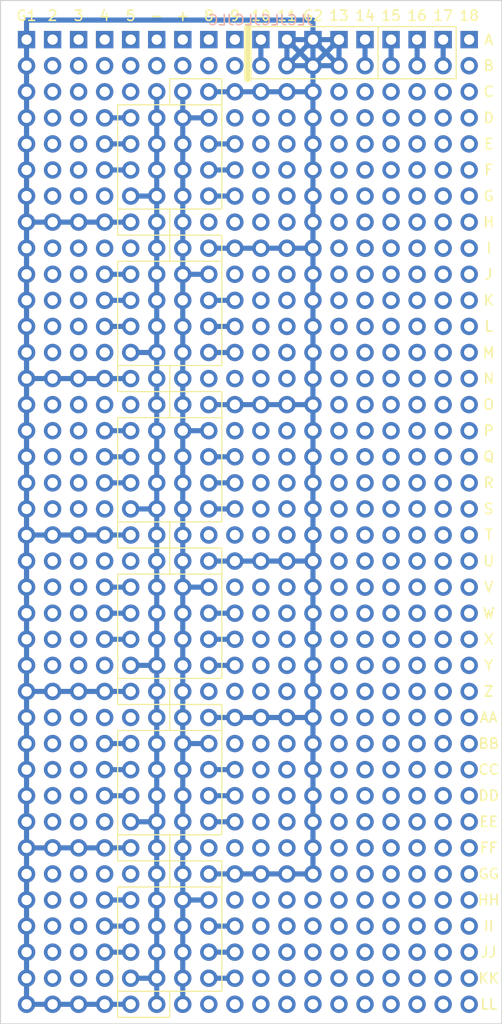
<source format=kicad_pcb>
(kicad_pcb (version 20171130) (host pcbnew "(5.1.4)-1")

  (general
    (thickness 1.6)
    (drawings 111)
    (tracks 117)
    (zones 0)
    (modules 18)
    (nets 1)
  )

  (page A4)
  (layers
    (0 F.Cu signal)
    (31 B.Cu signal)
    (32 B.Adhes user hide)
    (33 F.Adhes user hide)
    (34 B.Paste user hide)
    (35 F.Paste user hide)
    (36 B.SilkS user)
    (37 F.SilkS user)
    (38 B.Mask user)
    (39 F.Mask user)
    (40 Dwgs.User user hide)
    (41 Cmts.User user hide)
    (42 Eco1.User user hide)
    (43 Eco2.User user hide)
    (44 Edge.Cuts user)
    (45 Margin user hide)
    (46 B.CrtYd user hide)
    (47 F.CrtYd user hide)
    (48 B.Fab user hide)
    (49 F.Fab user hide)
  )

  (setup
    (last_trace_width 0.25)
    (trace_clearance 0.2)
    (zone_clearance 0.508)
    (zone_45_only no)
    (trace_min 0.2)
    (via_size 0.8)
    (via_drill 0.4)
    (via_min_size 0.4)
    (via_min_drill 0.3)
    (uvia_size 0.3)
    (uvia_drill 0.1)
    (uvias_allowed no)
    (uvia_min_size 0.2)
    (uvia_min_drill 0.1)
    (edge_width 0.05)
    (segment_width 0.2)
    (pcb_text_width 0.3)
    (pcb_text_size 1.5 1.5)
    (mod_edge_width 0.12)
    (mod_text_size 1 1)
    (mod_text_width 0.15)
    (pad_size 1.524 1.524)
    (pad_drill 0.762)
    (pad_to_mask_clearance 0.051)
    (solder_mask_min_width 0.25)
    (aux_axis_origin 0 0)
    (visible_elements 7FFFFFFF)
    (pcbplotparams
      (layerselection 0x010f0_ffffffff)
      (usegerberextensions false)
      (usegerberattributes false)
      (usegerberadvancedattributes false)
      (creategerberjobfile false)
      (excludeedgelayer true)
      (linewidth 0.100000)
      (plotframeref false)
      (viasonmask false)
      (mode 1)
      (useauxorigin false)
      (hpglpennumber 1)
      (hpglpenspeed 20)
      (hpglpendiameter 15.000000)
      (psnegative false)
      (psa4output false)
      (plotreference true)
      (plotvalue false)
      (plotinvisibletext false)
      (padsonsilk false)
      (subtractmaskfromsilk false)
      (outputformat 1)
      (mirror false)
      (drillshape 0)
      (scaleselection 1)
      (outputdirectory "eurorackprotopcb1/"))
  )

  (net 0 "")

  (net_class Default "これはデフォルトのネット クラスです。"
    (clearance 0.2)
    (trace_width 0.25)
    (via_dia 0.8)
    (via_drill 0.4)
    (uvia_dia 0.3)
    (uvia_drill 0.1)
  )

  (module 4ms_Connector:PinHeader_1x38_P2.54mm_Vertical_NoSilk (layer F.Cu) (tedit 5F20307B) (tstamp 5F209FAA)
    (at 106.68 22.86)
    (descr "Through hole straight pin header, 1x38, 2.54mm pitch, single row")
    (tags "Through hole pin header THT 1x38 2.54mm single row")
    (fp_text reference 18 (at 0 -2.33) (layer F.SilkS)
      (effects (font (size 1 1) (thickness 0.15)))
    )
    (fp_text value PinHeader_1x38_P2.54mm_Vertical_NoSilk (at 0 96.31) (layer F.Fab)
      (effects (font (size 1 1) (thickness 0.15)))
    )
    (fp_text user %R (at 0 46.99 90) (layer F.Fab)
      (effects (font (size 1 1) (thickness 0.15)))
    )
    (fp_line (start 1.8 -1.8) (end -1.8 -1.8) (layer F.CrtYd) (width 0.05))
    (fp_line (start 1.8 95.75) (end 1.8 -1.8) (layer F.CrtYd) (width 0.05))
    (fp_line (start -1.8 95.75) (end 1.8 95.75) (layer F.CrtYd) (width 0.05))
    (fp_line (start -1.8 -1.8) (end -1.8 95.75) (layer F.CrtYd) (width 0.05))
    (fp_line (start -1.27 -0.635) (end -0.635 -1.27) (layer F.Fab) (width 0.1))
    (fp_line (start -1.27 95.25) (end -1.27 -0.635) (layer F.Fab) (width 0.1))
    (fp_line (start 1.27 95.25) (end -1.27 95.25) (layer F.Fab) (width 0.1))
    (fp_line (start 1.27 -1.27) (end 1.27 95.25) (layer F.Fab) (width 0.1))
    (fp_line (start -0.635 -1.27) (end 1.27 -1.27) (layer F.Fab) (width 0.1))
    (pad 38 thru_hole oval (at 0 93.98) (size 1.7 1.7) (drill 1) (layers *.Cu *.Mask))
    (pad 37 thru_hole oval (at 0 91.44) (size 1.7 1.7) (drill 1) (layers *.Cu *.Mask))
    (pad 36 thru_hole oval (at 0 88.9) (size 1.7 1.7) (drill 1) (layers *.Cu *.Mask))
    (pad 35 thru_hole oval (at 0 86.36) (size 1.7 1.7) (drill 1) (layers *.Cu *.Mask))
    (pad 34 thru_hole oval (at 0 83.82) (size 1.7 1.7) (drill 1) (layers *.Cu *.Mask))
    (pad 33 thru_hole oval (at 0 81.28) (size 1.7 1.7) (drill 1) (layers *.Cu *.Mask))
    (pad 32 thru_hole oval (at 0 78.74) (size 1.7 1.7) (drill 1) (layers *.Cu *.Mask))
    (pad 31 thru_hole oval (at 0 76.2) (size 1.7 1.7) (drill 1) (layers *.Cu *.Mask))
    (pad 30 thru_hole oval (at 0 73.66) (size 1.7 1.7) (drill 1) (layers *.Cu *.Mask))
    (pad 29 thru_hole oval (at 0 71.12) (size 1.7 1.7) (drill 1) (layers *.Cu *.Mask))
    (pad 28 thru_hole oval (at 0 68.58) (size 1.7 1.7) (drill 1) (layers *.Cu *.Mask))
    (pad 27 thru_hole oval (at 0 66.04) (size 1.7 1.7) (drill 1) (layers *.Cu *.Mask))
    (pad 26 thru_hole oval (at 0 63.5) (size 1.7 1.7) (drill 1) (layers *.Cu *.Mask))
    (pad 25 thru_hole oval (at 0 60.96) (size 1.7 1.7) (drill 1) (layers *.Cu *.Mask))
    (pad 24 thru_hole oval (at 0 58.42) (size 1.7 1.7) (drill 1) (layers *.Cu *.Mask))
    (pad 23 thru_hole oval (at 0 55.88) (size 1.7 1.7) (drill 1) (layers *.Cu *.Mask))
    (pad 22 thru_hole oval (at 0 53.34) (size 1.7 1.7) (drill 1) (layers *.Cu *.Mask))
    (pad 21 thru_hole oval (at 0 50.8) (size 1.7 1.7) (drill 1) (layers *.Cu *.Mask))
    (pad 20 thru_hole oval (at 0 48.26) (size 1.7 1.7) (drill 1) (layers *.Cu *.Mask))
    (pad 19 thru_hole oval (at 0 45.72) (size 1.7 1.7) (drill 1) (layers *.Cu *.Mask))
    (pad 18 thru_hole oval (at 0 43.18) (size 1.7 1.7) (drill 1) (layers *.Cu *.Mask))
    (pad 17 thru_hole oval (at 0 40.64) (size 1.7 1.7) (drill 1) (layers *.Cu *.Mask))
    (pad 16 thru_hole oval (at 0 38.1) (size 1.7 1.7) (drill 1) (layers *.Cu *.Mask))
    (pad 15 thru_hole oval (at 0 35.56) (size 1.7 1.7) (drill 1) (layers *.Cu *.Mask))
    (pad 14 thru_hole oval (at 0 33.02) (size 1.7 1.7) (drill 1) (layers *.Cu *.Mask))
    (pad 13 thru_hole oval (at 0 30.48) (size 1.7 1.7) (drill 1) (layers *.Cu *.Mask))
    (pad 12 thru_hole oval (at 0 27.94) (size 1.7 1.7) (drill 1) (layers *.Cu *.Mask))
    (pad 11 thru_hole oval (at 0 25.4) (size 1.7 1.7) (drill 1) (layers *.Cu *.Mask))
    (pad 10 thru_hole oval (at 0 22.86) (size 1.7 1.7) (drill 1) (layers *.Cu *.Mask))
    (pad 9 thru_hole oval (at 0 20.32) (size 1.7 1.7) (drill 1) (layers *.Cu *.Mask))
    (pad 8 thru_hole oval (at 0 17.78) (size 1.7 1.7) (drill 1) (layers *.Cu *.Mask))
    (pad 7 thru_hole oval (at 0 15.24) (size 1.7 1.7) (drill 1) (layers *.Cu *.Mask))
    (pad 6 thru_hole oval (at 0 12.7) (size 1.7 1.7) (drill 1) (layers *.Cu *.Mask))
    (pad 5 thru_hole oval (at 0 10.16) (size 1.7 1.7) (drill 1) (layers *.Cu *.Mask))
    (pad 4 thru_hole oval (at 0 7.62) (size 1.7 1.7) (drill 1) (layers *.Cu *.Mask))
    (pad 3 thru_hole oval (at 0 5.08) (size 1.7 1.7) (drill 1) (layers *.Cu *.Mask))
    (pad 2 thru_hole oval (at 0 2.54) (size 1.7 1.7) (drill 1) (layers *.Cu *.Mask))
    (pad 1 thru_hole rect (at 0 0) (size 1.7 1.7) (drill 1) (layers *.Cu *.Mask))
    (model ${KISYS3DMOD}/Connector_PinHeader_2.54mm.3dshapes/PinHeader_1x38_P2.54mm_Vertical.wrl
      (at (xyz 0 0 0))
      (scale (xyz 1 1 1))
      (rotate (xyz 0 0 0))
    )
  )

  (module 4ms_Connector:PinHeader_1x38_P2.54mm_Vertical_NoSilk (layer F.Cu) (tedit 5F20307B) (tstamp 5F209F44)
    (at 104.14 22.86)
    (descr "Through hole straight pin header, 1x38, 2.54mm pitch, single row")
    (tags "Through hole pin header THT 1x38 2.54mm single row")
    (fp_text reference 17 (at 0 -2.33) (layer F.SilkS)
      (effects (font (size 1 1) (thickness 0.15)))
    )
    (fp_text value PinHeader_1x38_P2.54mm_Vertical_NoSilk (at 0 96.31) (layer F.Fab)
      (effects (font (size 1 1) (thickness 0.15)))
    )
    (fp_line (start -0.635 -1.27) (end 1.27 -1.27) (layer F.Fab) (width 0.1))
    (fp_line (start 1.27 -1.27) (end 1.27 95.25) (layer F.Fab) (width 0.1))
    (fp_line (start 1.27 95.25) (end -1.27 95.25) (layer F.Fab) (width 0.1))
    (fp_line (start -1.27 95.25) (end -1.27 -0.635) (layer F.Fab) (width 0.1))
    (fp_line (start -1.27 -0.635) (end -0.635 -1.27) (layer F.Fab) (width 0.1))
    (fp_line (start -1.8 -1.8) (end -1.8 95.75) (layer F.CrtYd) (width 0.05))
    (fp_line (start -1.8 95.75) (end 1.8 95.75) (layer F.CrtYd) (width 0.05))
    (fp_line (start 1.8 95.75) (end 1.8 -1.8) (layer F.CrtYd) (width 0.05))
    (fp_line (start 1.8 -1.8) (end -1.8 -1.8) (layer F.CrtYd) (width 0.05))
    (fp_text user %R (at 0 46.99 90) (layer F.Fab)
      (effects (font (size 1 1) (thickness 0.15)))
    )
    (pad 1 thru_hole rect (at 0 0) (size 1.7 1.7) (drill 1) (layers *.Cu *.Mask))
    (pad 2 thru_hole oval (at 0 2.54) (size 1.7 1.7) (drill 1) (layers *.Cu *.Mask))
    (pad 3 thru_hole oval (at 0 5.08) (size 1.7 1.7) (drill 1) (layers *.Cu *.Mask))
    (pad 4 thru_hole oval (at 0 7.62) (size 1.7 1.7) (drill 1) (layers *.Cu *.Mask))
    (pad 5 thru_hole oval (at 0 10.16) (size 1.7 1.7) (drill 1) (layers *.Cu *.Mask))
    (pad 6 thru_hole oval (at 0 12.7) (size 1.7 1.7) (drill 1) (layers *.Cu *.Mask))
    (pad 7 thru_hole oval (at 0 15.24) (size 1.7 1.7) (drill 1) (layers *.Cu *.Mask))
    (pad 8 thru_hole oval (at 0 17.78) (size 1.7 1.7) (drill 1) (layers *.Cu *.Mask))
    (pad 9 thru_hole oval (at 0 20.32) (size 1.7 1.7) (drill 1) (layers *.Cu *.Mask))
    (pad 10 thru_hole oval (at 0 22.86) (size 1.7 1.7) (drill 1) (layers *.Cu *.Mask))
    (pad 11 thru_hole oval (at 0 25.4) (size 1.7 1.7) (drill 1) (layers *.Cu *.Mask))
    (pad 12 thru_hole oval (at 0 27.94) (size 1.7 1.7) (drill 1) (layers *.Cu *.Mask))
    (pad 13 thru_hole oval (at 0 30.48) (size 1.7 1.7) (drill 1) (layers *.Cu *.Mask))
    (pad 14 thru_hole oval (at 0 33.02) (size 1.7 1.7) (drill 1) (layers *.Cu *.Mask))
    (pad 15 thru_hole oval (at 0 35.56) (size 1.7 1.7) (drill 1) (layers *.Cu *.Mask))
    (pad 16 thru_hole oval (at 0 38.1) (size 1.7 1.7) (drill 1) (layers *.Cu *.Mask))
    (pad 17 thru_hole oval (at 0 40.64) (size 1.7 1.7) (drill 1) (layers *.Cu *.Mask))
    (pad 18 thru_hole oval (at 0 43.18) (size 1.7 1.7) (drill 1) (layers *.Cu *.Mask))
    (pad 19 thru_hole oval (at 0 45.72) (size 1.7 1.7) (drill 1) (layers *.Cu *.Mask))
    (pad 20 thru_hole oval (at 0 48.26) (size 1.7 1.7) (drill 1) (layers *.Cu *.Mask))
    (pad 21 thru_hole oval (at 0 50.8) (size 1.7 1.7) (drill 1) (layers *.Cu *.Mask))
    (pad 22 thru_hole oval (at 0 53.34) (size 1.7 1.7) (drill 1) (layers *.Cu *.Mask))
    (pad 23 thru_hole oval (at 0 55.88) (size 1.7 1.7) (drill 1) (layers *.Cu *.Mask))
    (pad 24 thru_hole oval (at 0 58.42) (size 1.7 1.7) (drill 1) (layers *.Cu *.Mask))
    (pad 25 thru_hole oval (at 0 60.96) (size 1.7 1.7) (drill 1) (layers *.Cu *.Mask))
    (pad 26 thru_hole oval (at 0 63.5) (size 1.7 1.7) (drill 1) (layers *.Cu *.Mask))
    (pad 27 thru_hole oval (at 0 66.04) (size 1.7 1.7) (drill 1) (layers *.Cu *.Mask))
    (pad 28 thru_hole oval (at 0 68.58) (size 1.7 1.7) (drill 1) (layers *.Cu *.Mask))
    (pad 29 thru_hole oval (at 0 71.12) (size 1.7 1.7) (drill 1) (layers *.Cu *.Mask))
    (pad 30 thru_hole oval (at 0 73.66) (size 1.7 1.7) (drill 1) (layers *.Cu *.Mask))
    (pad 31 thru_hole oval (at 0 76.2) (size 1.7 1.7) (drill 1) (layers *.Cu *.Mask))
    (pad 32 thru_hole oval (at 0 78.74) (size 1.7 1.7) (drill 1) (layers *.Cu *.Mask))
    (pad 33 thru_hole oval (at 0 81.28) (size 1.7 1.7) (drill 1) (layers *.Cu *.Mask))
    (pad 34 thru_hole oval (at 0 83.82) (size 1.7 1.7) (drill 1) (layers *.Cu *.Mask))
    (pad 35 thru_hole oval (at 0 86.36) (size 1.7 1.7) (drill 1) (layers *.Cu *.Mask))
    (pad 36 thru_hole oval (at 0 88.9) (size 1.7 1.7) (drill 1) (layers *.Cu *.Mask))
    (pad 37 thru_hole oval (at 0 91.44) (size 1.7 1.7) (drill 1) (layers *.Cu *.Mask))
    (pad 38 thru_hole oval (at 0 93.98) (size 1.7 1.7) (drill 1) (layers *.Cu *.Mask))
    (model ${KISYS3DMOD}/Connector_PinHeader_2.54mm.3dshapes/PinHeader_1x38_P2.54mm_Vertical.wrl
      (at (xyz 0 0 0))
      (scale (xyz 1 1 1))
      (rotate (xyz 0 0 0))
    )
  )

  (module 4ms_Connector:PinHeader_1x38_P2.54mm_Vertical_NoSilk (layer F.Cu) (tedit 5F20307B) (tstamp 5F209EDE)
    (at 101.6 22.86)
    (descr "Through hole straight pin header, 1x38, 2.54mm pitch, single row")
    (tags "Through hole pin header THT 1x38 2.54mm single row")
    (fp_text reference 16 (at 0 -2.33) (layer F.SilkS)
      (effects (font (size 1 1) (thickness 0.15)))
    )
    (fp_text value PinHeader_1x38_P2.54mm_Vertical_NoSilk (at 0 96.31) (layer F.Fab)
      (effects (font (size 1 1) (thickness 0.15)))
    )
    (fp_text user %R (at 0 46.99 90) (layer F.Fab)
      (effects (font (size 1 1) (thickness 0.15)))
    )
    (fp_line (start 1.8 -1.8) (end -1.8 -1.8) (layer F.CrtYd) (width 0.05))
    (fp_line (start 1.8 95.75) (end 1.8 -1.8) (layer F.CrtYd) (width 0.05))
    (fp_line (start -1.8 95.75) (end 1.8 95.75) (layer F.CrtYd) (width 0.05))
    (fp_line (start -1.8 -1.8) (end -1.8 95.75) (layer F.CrtYd) (width 0.05))
    (fp_line (start -1.27 -0.635) (end -0.635 -1.27) (layer F.Fab) (width 0.1))
    (fp_line (start -1.27 95.25) (end -1.27 -0.635) (layer F.Fab) (width 0.1))
    (fp_line (start 1.27 95.25) (end -1.27 95.25) (layer F.Fab) (width 0.1))
    (fp_line (start 1.27 -1.27) (end 1.27 95.25) (layer F.Fab) (width 0.1))
    (fp_line (start -0.635 -1.27) (end 1.27 -1.27) (layer F.Fab) (width 0.1))
    (pad 38 thru_hole oval (at 0 93.98) (size 1.7 1.7) (drill 1) (layers *.Cu *.Mask))
    (pad 37 thru_hole oval (at 0 91.44) (size 1.7 1.7) (drill 1) (layers *.Cu *.Mask))
    (pad 36 thru_hole oval (at 0 88.9) (size 1.7 1.7) (drill 1) (layers *.Cu *.Mask))
    (pad 35 thru_hole oval (at 0 86.36) (size 1.7 1.7) (drill 1) (layers *.Cu *.Mask))
    (pad 34 thru_hole oval (at 0 83.82) (size 1.7 1.7) (drill 1) (layers *.Cu *.Mask))
    (pad 33 thru_hole oval (at 0 81.28) (size 1.7 1.7) (drill 1) (layers *.Cu *.Mask))
    (pad 32 thru_hole oval (at 0 78.74) (size 1.7 1.7) (drill 1) (layers *.Cu *.Mask))
    (pad 31 thru_hole oval (at 0 76.2) (size 1.7 1.7) (drill 1) (layers *.Cu *.Mask))
    (pad 30 thru_hole oval (at 0 73.66) (size 1.7 1.7) (drill 1) (layers *.Cu *.Mask))
    (pad 29 thru_hole oval (at 0 71.12) (size 1.7 1.7) (drill 1) (layers *.Cu *.Mask))
    (pad 28 thru_hole oval (at 0 68.58) (size 1.7 1.7) (drill 1) (layers *.Cu *.Mask))
    (pad 27 thru_hole oval (at 0 66.04) (size 1.7 1.7) (drill 1) (layers *.Cu *.Mask))
    (pad 26 thru_hole oval (at 0 63.5) (size 1.7 1.7) (drill 1) (layers *.Cu *.Mask))
    (pad 25 thru_hole oval (at 0 60.96) (size 1.7 1.7) (drill 1) (layers *.Cu *.Mask))
    (pad 24 thru_hole oval (at 0 58.42) (size 1.7 1.7) (drill 1) (layers *.Cu *.Mask))
    (pad 23 thru_hole oval (at 0 55.88) (size 1.7 1.7) (drill 1) (layers *.Cu *.Mask))
    (pad 22 thru_hole oval (at 0 53.34) (size 1.7 1.7) (drill 1) (layers *.Cu *.Mask))
    (pad 21 thru_hole oval (at 0 50.8) (size 1.7 1.7) (drill 1) (layers *.Cu *.Mask))
    (pad 20 thru_hole oval (at 0 48.26) (size 1.7 1.7) (drill 1) (layers *.Cu *.Mask))
    (pad 19 thru_hole oval (at 0 45.72) (size 1.7 1.7) (drill 1) (layers *.Cu *.Mask))
    (pad 18 thru_hole oval (at 0 43.18) (size 1.7 1.7) (drill 1) (layers *.Cu *.Mask))
    (pad 17 thru_hole oval (at 0 40.64) (size 1.7 1.7) (drill 1) (layers *.Cu *.Mask))
    (pad 16 thru_hole oval (at 0 38.1) (size 1.7 1.7) (drill 1) (layers *.Cu *.Mask))
    (pad 15 thru_hole oval (at 0 35.56) (size 1.7 1.7) (drill 1) (layers *.Cu *.Mask))
    (pad 14 thru_hole oval (at 0 33.02) (size 1.7 1.7) (drill 1) (layers *.Cu *.Mask))
    (pad 13 thru_hole oval (at 0 30.48) (size 1.7 1.7) (drill 1) (layers *.Cu *.Mask))
    (pad 12 thru_hole oval (at 0 27.94) (size 1.7 1.7) (drill 1) (layers *.Cu *.Mask))
    (pad 11 thru_hole oval (at 0 25.4) (size 1.7 1.7) (drill 1) (layers *.Cu *.Mask))
    (pad 10 thru_hole oval (at 0 22.86) (size 1.7 1.7) (drill 1) (layers *.Cu *.Mask))
    (pad 9 thru_hole oval (at 0 20.32) (size 1.7 1.7) (drill 1) (layers *.Cu *.Mask))
    (pad 8 thru_hole oval (at 0 17.78) (size 1.7 1.7) (drill 1) (layers *.Cu *.Mask))
    (pad 7 thru_hole oval (at 0 15.24) (size 1.7 1.7) (drill 1) (layers *.Cu *.Mask))
    (pad 6 thru_hole oval (at 0 12.7) (size 1.7 1.7) (drill 1) (layers *.Cu *.Mask))
    (pad 5 thru_hole oval (at 0 10.16) (size 1.7 1.7) (drill 1) (layers *.Cu *.Mask))
    (pad 4 thru_hole oval (at 0 7.62) (size 1.7 1.7) (drill 1) (layers *.Cu *.Mask))
    (pad 3 thru_hole oval (at 0 5.08) (size 1.7 1.7) (drill 1) (layers *.Cu *.Mask))
    (pad 2 thru_hole oval (at 0 2.54) (size 1.7 1.7) (drill 1) (layers *.Cu *.Mask))
    (pad 1 thru_hole rect (at 0 0) (size 1.7 1.7) (drill 1) (layers *.Cu *.Mask))
    (model ${KISYS3DMOD}/Connector_PinHeader_2.54mm.3dshapes/PinHeader_1x38_P2.54mm_Vertical.wrl
      (at (xyz 0 0 0))
      (scale (xyz 1 1 1))
      (rotate (xyz 0 0 0))
    )
  )

  (module 4ms_Connector:PinHeader_1x38_P2.54mm_Vertical_NoSilk (layer F.Cu) (tedit 5F20307B) (tstamp 5F209E78)
    (at 99.06 22.86)
    (descr "Through hole straight pin header, 1x38, 2.54mm pitch, single row")
    (tags "Through hole pin header THT 1x38 2.54mm single row")
    (fp_text reference 15 (at 0 -2.33) (layer F.SilkS)
      (effects (font (size 1 1) (thickness 0.15)))
    )
    (fp_text value PinHeader_1x38_P2.54mm_Vertical_NoSilk (at 0 96.31) (layer F.Fab)
      (effects (font (size 1 1) (thickness 0.15)))
    )
    (fp_line (start -0.635 -1.27) (end 1.27 -1.27) (layer F.Fab) (width 0.1))
    (fp_line (start 1.27 -1.27) (end 1.27 95.25) (layer F.Fab) (width 0.1))
    (fp_line (start 1.27 95.25) (end -1.27 95.25) (layer F.Fab) (width 0.1))
    (fp_line (start -1.27 95.25) (end -1.27 -0.635) (layer F.Fab) (width 0.1))
    (fp_line (start -1.27 -0.635) (end -0.635 -1.27) (layer F.Fab) (width 0.1))
    (fp_line (start -1.8 -1.8) (end -1.8 95.75) (layer F.CrtYd) (width 0.05))
    (fp_line (start -1.8 95.75) (end 1.8 95.75) (layer F.CrtYd) (width 0.05))
    (fp_line (start 1.8 95.75) (end 1.8 -1.8) (layer F.CrtYd) (width 0.05))
    (fp_line (start 1.8 -1.8) (end -1.8 -1.8) (layer F.CrtYd) (width 0.05))
    (fp_text user %R (at 0 46.99 90) (layer F.Fab)
      (effects (font (size 1 1) (thickness 0.15)))
    )
    (pad 1 thru_hole rect (at 0 0) (size 1.7 1.7) (drill 1) (layers *.Cu *.Mask))
    (pad 2 thru_hole oval (at 0 2.54) (size 1.7 1.7) (drill 1) (layers *.Cu *.Mask))
    (pad 3 thru_hole oval (at 0 5.08) (size 1.7 1.7) (drill 1) (layers *.Cu *.Mask))
    (pad 4 thru_hole oval (at 0 7.62) (size 1.7 1.7) (drill 1) (layers *.Cu *.Mask))
    (pad 5 thru_hole oval (at 0 10.16) (size 1.7 1.7) (drill 1) (layers *.Cu *.Mask))
    (pad 6 thru_hole oval (at 0 12.7) (size 1.7 1.7) (drill 1) (layers *.Cu *.Mask))
    (pad 7 thru_hole oval (at 0 15.24) (size 1.7 1.7) (drill 1) (layers *.Cu *.Mask))
    (pad 8 thru_hole oval (at 0 17.78) (size 1.7 1.7) (drill 1) (layers *.Cu *.Mask))
    (pad 9 thru_hole oval (at 0 20.32) (size 1.7 1.7) (drill 1) (layers *.Cu *.Mask))
    (pad 10 thru_hole oval (at 0 22.86) (size 1.7 1.7) (drill 1) (layers *.Cu *.Mask))
    (pad 11 thru_hole oval (at 0 25.4) (size 1.7 1.7) (drill 1) (layers *.Cu *.Mask))
    (pad 12 thru_hole oval (at 0 27.94) (size 1.7 1.7) (drill 1) (layers *.Cu *.Mask))
    (pad 13 thru_hole oval (at 0 30.48) (size 1.7 1.7) (drill 1) (layers *.Cu *.Mask))
    (pad 14 thru_hole oval (at 0 33.02) (size 1.7 1.7) (drill 1) (layers *.Cu *.Mask))
    (pad 15 thru_hole oval (at 0 35.56) (size 1.7 1.7) (drill 1) (layers *.Cu *.Mask))
    (pad 16 thru_hole oval (at 0 38.1) (size 1.7 1.7) (drill 1) (layers *.Cu *.Mask))
    (pad 17 thru_hole oval (at 0 40.64) (size 1.7 1.7) (drill 1) (layers *.Cu *.Mask))
    (pad 18 thru_hole oval (at 0 43.18) (size 1.7 1.7) (drill 1) (layers *.Cu *.Mask))
    (pad 19 thru_hole oval (at 0 45.72) (size 1.7 1.7) (drill 1) (layers *.Cu *.Mask))
    (pad 20 thru_hole oval (at 0 48.26) (size 1.7 1.7) (drill 1) (layers *.Cu *.Mask))
    (pad 21 thru_hole oval (at 0 50.8) (size 1.7 1.7) (drill 1) (layers *.Cu *.Mask))
    (pad 22 thru_hole oval (at 0 53.34) (size 1.7 1.7) (drill 1) (layers *.Cu *.Mask))
    (pad 23 thru_hole oval (at 0 55.88) (size 1.7 1.7) (drill 1) (layers *.Cu *.Mask))
    (pad 24 thru_hole oval (at 0 58.42) (size 1.7 1.7) (drill 1) (layers *.Cu *.Mask))
    (pad 25 thru_hole oval (at 0 60.96) (size 1.7 1.7) (drill 1) (layers *.Cu *.Mask))
    (pad 26 thru_hole oval (at 0 63.5) (size 1.7 1.7) (drill 1) (layers *.Cu *.Mask))
    (pad 27 thru_hole oval (at 0 66.04) (size 1.7 1.7) (drill 1) (layers *.Cu *.Mask))
    (pad 28 thru_hole oval (at 0 68.58) (size 1.7 1.7) (drill 1) (layers *.Cu *.Mask))
    (pad 29 thru_hole oval (at 0 71.12) (size 1.7 1.7) (drill 1) (layers *.Cu *.Mask))
    (pad 30 thru_hole oval (at 0 73.66) (size 1.7 1.7) (drill 1) (layers *.Cu *.Mask))
    (pad 31 thru_hole oval (at 0 76.2) (size 1.7 1.7) (drill 1) (layers *.Cu *.Mask))
    (pad 32 thru_hole oval (at 0 78.74) (size 1.7 1.7) (drill 1) (layers *.Cu *.Mask))
    (pad 33 thru_hole oval (at 0 81.28) (size 1.7 1.7) (drill 1) (layers *.Cu *.Mask))
    (pad 34 thru_hole oval (at 0 83.82) (size 1.7 1.7) (drill 1) (layers *.Cu *.Mask))
    (pad 35 thru_hole oval (at 0 86.36) (size 1.7 1.7) (drill 1) (layers *.Cu *.Mask))
    (pad 36 thru_hole oval (at 0 88.9) (size 1.7 1.7) (drill 1) (layers *.Cu *.Mask))
    (pad 37 thru_hole oval (at 0 91.44) (size 1.7 1.7) (drill 1) (layers *.Cu *.Mask))
    (pad 38 thru_hole oval (at 0 93.98) (size 1.7 1.7) (drill 1) (layers *.Cu *.Mask))
    (model ${KISYS3DMOD}/Connector_PinHeader_2.54mm.3dshapes/PinHeader_1x38_P2.54mm_Vertical.wrl
      (at (xyz 0 0 0))
      (scale (xyz 1 1 1))
      (rotate (xyz 0 0 0))
    )
  )

  (module 4ms_Connector:PinHeader_1x38_P2.54mm_Vertical_NoSilk (layer F.Cu) (tedit 5F20307B) (tstamp 5F209E12)
    (at 96.52 22.86)
    (descr "Through hole straight pin header, 1x38, 2.54mm pitch, single row")
    (tags "Through hole pin header THT 1x38 2.54mm single row")
    (fp_text reference 14 (at 0 -2.33) (layer F.SilkS)
      (effects (font (size 1 1) (thickness 0.15)))
    )
    (fp_text value PinHeader_1x38_P2.54mm_Vertical_NoSilk (at 0 96.31) (layer F.Fab)
      (effects (font (size 1 1) (thickness 0.15)))
    )
    (fp_text user %R (at 0 46.99 90) (layer F.Fab)
      (effects (font (size 1 1) (thickness 0.15)))
    )
    (fp_line (start 1.8 -1.8) (end -1.8 -1.8) (layer F.CrtYd) (width 0.05))
    (fp_line (start 1.8 95.75) (end 1.8 -1.8) (layer F.CrtYd) (width 0.05))
    (fp_line (start -1.8 95.75) (end 1.8 95.75) (layer F.CrtYd) (width 0.05))
    (fp_line (start -1.8 -1.8) (end -1.8 95.75) (layer F.CrtYd) (width 0.05))
    (fp_line (start -1.27 -0.635) (end -0.635 -1.27) (layer F.Fab) (width 0.1))
    (fp_line (start -1.27 95.25) (end -1.27 -0.635) (layer F.Fab) (width 0.1))
    (fp_line (start 1.27 95.25) (end -1.27 95.25) (layer F.Fab) (width 0.1))
    (fp_line (start 1.27 -1.27) (end 1.27 95.25) (layer F.Fab) (width 0.1))
    (fp_line (start -0.635 -1.27) (end 1.27 -1.27) (layer F.Fab) (width 0.1))
    (pad 38 thru_hole oval (at 0 93.98) (size 1.7 1.7) (drill 1) (layers *.Cu *.Mask))
    (pad 37 thru_hole oval (at 0 91.44) (size 1.7 1.7) (drill 1) (layers *.Cu *.Mask))
    (pad 36 thru_hole oval (at 0 88.9) (size 1.7 1.7) (drill 1) (layers *.Cu *.Mask))
    (pad 35 thru_hole oval (at 0 86.36) (size 1.7 1.7) (drill 1) (layers *.Cu *.Mask))
    (pad 34 thru_hole oval (at 0 83.82) (size 1.7 1.7) (drill 1) (layers *.Cu *.Mask))
    (pad 33 thru_hole oval (at 0 81.28) (size 1.7 1.7) (drill 1) (layers *.Cu *.Mask))
    (pad 32 thru_hole oval (at 0 78.74) (size 1.7 1.7) (drill 1) (layers *.Cu *.Mask))
    (pad 31 thru_hole oval (at 0 76.2) (size 1.7 1.7) (drill 1) (layers *.Cu *.Mask))
    (pad 30 thru_hole oval (at 0 73.66) (size 1.7 1.7) (drill 1) (layers *.Cu *.Mask))
    (pad 29 thru_hole oval (at 0 71.12) (size 1.7 1.7) (drill 1) (layers *.Cu *.Mask))
    (pad 28 thru_hole oval (at 0 68.58) (size 1.7 1.7) (drill 1) (layers *.Cu *.Mask))
    (pad 27 thru_hole oval (at 0 66.04) (size 1.7 1.7) (drill 1) (layers *.Cu *.Mask))
    (pad 26 thru_hole oval (at 0 63.5) (size 1.7 1.7) (drill 1) (layers *.Cu *.Mask))
    (pad 25 thru_hole oval (at 0 60.96) (size 1.7 1.7) (drill 1) (layers *.Cu *.Mask))
    (pad 24 thru_hole oval (at 0 58.42) (size 1.7 1.7) (drill 1) (layers *.Cu *.Mask))
    (pad 23 thru_hole oval (at 0 55.88) (size 1.7 1.7) (drill 1) (layers *.Cu *.Mask))
    (pad 22 thru_hole oval (at 0 53.34) (size 1.7 1.7) (drill 1) (layers *.Cu *.Mask))
    (pad 21 thru_hole oval (at 0 50.8) (size 1.7 1.7) (drill 1) (layers *.Cu *.Mask))
    (pad 20 thru_hole oval (at 0 48.26) (size 1.7 1.7) (drill 1) (layers *.Cu *.Mask))
    (pad 19 thru_hole oval (at 0 45.72) (size 1.7 1.7) (drill 1) (layers *.Cu *.Mask))
    (pad 18 thru_hole oval (at 0 43.18) (size 1.7 1.7) (drill 1) (layers *.Cu *.Mask))
    (pad 17 thru_hole oval (at 0 40.64) (size 1.7 1.7) (drill 1) (layers *.Cu *.Mask))
    (pad 16 thru_hole oval (at 0 38.1) (size 1.7 1.7) (drill 1) (layers *.Cu *.Mask))
    (pad 15 thru_hole oval (at 0 35.56) (size 1.7 1.7) (drill 1) (layers *.Cu *.Mask))
    (pad 14 thru_hole oval (at 0 33.02) (size 1.7 1.7) (drill 1) (layers *.Cu *.Mask))
    (pad 13 thru_hole oval (at 0 30.48) (size 1.7 1.7) (drill 1) (layers *.Cu *.Mask))
    (pad 12 thru_hole oval (at 0 27.94) (size 1.7 1.7) (drill 1) (layers *.Cu *.Mask))
    (pad 11 thru_hole oval (at 0 25.4) (size 1.7 1.7) (drill 1) (layers *.Cu *.Mask))
    (pad 10 thru_hole oval (at 0 22.86) (size 1.7 1.7) (drill 1) (layers *.Cu *.Mask))
    (pad 9 thru_hole oval (at 0 20.32) (size 1.7 1.7) (drill 1) (layers *.Cu *.Mask))
    (pad 8 thru_hole oval (at 0 17.78) (size 1.7 1.7) (drill 1) (layers *.Cu *.Mask))
    (pad 7 thru_hole oval (at 0 15.24) (size 1.7 1.7) (drill 1) (layers *.Cu *.Mask))
    (pad 6 thru_hole oval (at 0 12.7) (size 1.7 1.7) (drill 1) (layers *.Cu *.Mask))
    (pad 5 thru_hole oval (at 0 10.16) (size 1.7 1.7) (drill 1) (layers *.Cu *.Mask))
    (pad 4 thru_hole oval (at 0 7.62) (size 1.7 1.7) (drill 1) (layers *.Cu *.Mask))
    (pad 3 thru_hole oval (at 0 5.08) (size 1.7 1.7) (drill 1) (layers *.Cu *.Mask))
    (pad 2 thru_hole oval (at 0 2.54) (size 1.7 1.7) (drill 1) (layers *.Cu *.Mask))
    (pad 1 thru_hole rect (at 0 0) (size 1.7 1.7) (drill 1) (layers *.Cu *.Mask))
    (model ${KISYS3DMOD}/Connector_PinHeader_2.54mm.3dshapes/PinHeader_1x38_P2.54mm_Vertical.wrl
      (at (xyz 0 0 0))
      (scale (xyz 1 1 1))
      (rotate (xyz 0 0 0))
    )
  )

  (module 4ms_Connector:PinHeader_1x38_P2.54mm_Vertical_NoSilk (layer F.Cu) (tedit 5F20307B) (tstamp 5F209DAC)
    (at 93.98 22.86)
    (descr "Through hole straight pin header, 1x38, 2.54mm pitch, single row")
    (tags "Through hole pin header THT 1x38 2.54mm single row")
    (fp_text reference 13 (at 0 -2.33) (layer F.SilkS)
      (effects (font (size 1 1) (thickness 0.15)))
    )
    (fp_text value PinHeader_1x38_P2.54mm_Vertical_NoSilk (at 0 96.31) (layer F.Fab)
      (effects (font (size 1 1) (thickness 0.15)))
    )
    (fp_line (start -0.635 -1.27) (end 1.27 -1.27) (layer F.Fab) (width 0.1))
    (fp_line (start 1.27 -1.27) (end 1.27 95.25) (layer F.Fab) (width 0.1))
    (fp_line (start 1.27 95.25) (end -1.27 95.25) (layer F.Fab) (width 0.1))
    (fp_line (start -1.27 95.25) (end -1.27 -0.635) (layer F.Fab) (width 0.1))
    (fp_line (start -1.27 -0.635) (end -0.635 -1.27) (layer F.Fab) (width 0.1))
    (fp_line (start -1.8 -1.8) (end -1.8 95.75) (layer F.CrtYd) (width 0.05))
    (fp_line (start -1.8 95.75) (end 1.8 95.75) (layer F.CrtYd) (width 0.05))
    (fp_line (start 1.8 95.75) (end 1.8 -1.8) (layer F.CrtYd) (width 0.05))
    (fp_line (start 1.8 -1.8) (end -1.8 -1.8) (layer F.CrtYd) (width 0.05))
    (fp_text user %R (at 0 46.99 90) (layer F.Fab)
      (effects (font (size 1 1) (thickness 0.15)))
    )
    (pad 1 thru_hole rect (at 0 0) (size 1.7 1.7) (drill 1) (layers *.Cu *.Mask))
    (pad 2 thru_hole oval (at 0 2.54) (size 1.7 1.7) (drill 1) (layers *.Cu *.Mask))
    (pad 3 thru_hole oval (at 0 5.08) (size 1.7 1.7) (drill 1) (layers *.Cu *.Mask))
    (pad 4 thru_hole oval (at 0 7.62) (size 1.7 1.7) (drill 1) (layers *.Cu *.Mask))
    (pad 5 thru_hole oval (at 0 10.16) (size 1.7 1.7) (drill 1) (layers *.Cu *.Mask))
    (pad 6 thru_hole oval (at 0 12.7) (size 1.7 1.7) (drill 1) (layers *.Cu *.Mask))
    (pad 7 thru_hole oval (at 0 15.24) (size 1.7 1.7) (drill 1) (layers *.Cu *.Mask))
    (pad 8 thru_hole oval (at 0 17.78) (size 1.7 1.7) (drill 1) (layers *.Cu *.Mask))
    (pad 9 thru_hole oval (at 0 20.32) (size 1.7 1.7) (drill 1) (layers *.Cu *.Mask))
    (pad 10 thru_hole oval (at 0 22.86) (size 1.7 1.7) (drill 1) (layers *.Cu *.Mask))
    (pad 11 thru_hole oval (at 0 25.4) (size 1.7 1.7) (drill 1) (layers *.Cu *.Mask))
    (pad 12 thru_hole oval (at 0 27.94) (size 1.7 1.7) (drill 1) (layers *.Cu *.Mask))
    (pad 13 thru_hole oval (at 0 30.48) (size 1.7 1.7) (drill 1) (layers *.Cu *.Mask))
    (pad 14 thru_hole oval (at 0 33.02) (size 1.7 1.7) (drill 1) (layers *.Cu *.Mask))
    (pad 15 thru_hole oval (at 0 35.56) (size 1.7 1.7) (drill 1) (layers *.Cu *.Mask))
    (pad 16 thru_hole oval (at 0 38.1) (size 1.7 1.7) (drill 1) (layers *.Cu *.Mask))
    (pad 17 thru_hole oval (at 0 40.64) (size 1.7 1.7) (drill 1) (layers *.Cu *.Mask))
    (pad 18 thru_hole oval (at 0 43.18) (size 1.7 1.7) (drill 1) (layers *.Cu *.Mask))
    (pad 19 thru_hole oval (at 0 45.72) (size 1.7 1.7) (drill 1) (layers *.Cu *.Mask))
    (pad 20 thru_hole oval (at 0 48.26) (size 1.7 1.7) (drill 1) (layers *.Cu *.Mask))
    (pad 21 thru_hole oval (at 0 50.8) (size 1.7 1.7) (drill 1) (layers *.Cu *.Mask))
    (pad 22 thru_hole oval (at 0 53.34) (size 1.7 1.7) (drill 1) (layers *.Cu *.Mask))
    (pad 23 thru_hole oval (at 0 55.88) (size 1.7 1.7) (drill 1) (layers *.Cu *.Mask))
    (pad 24 thru_hole oval (at 0 58.42) (size 1.7 1.7) (drill 1) (layers *.Cu *.Mask))
    (pad 25 thru_hole oval (at 0 60.96) (size 1.7 1.7) (drill 1) (layers *.Cu *.Mask))
    (pad 26 thru_hole oval (at 0 63.5) (size 1.7 1.7) (drill 1) (layers *.Cu *.Mask))
    (pad 27 thru_hole oval (at 0 66.04) (size 1.7 1.7) (drill 1) (layers *.Cu *.Mask))
    (pad 28 thru_hole oval (at 0 68.58) (size 1.7 1.7) (drill 1) (layers *.Cu *.Mask))
    (pad 29 thru_hole oval (at 0 71.12) (size 1.7 1.7) (drill 1) (layers *.Cu *.Mask))
    (pad 30 thru_hole oval (at 0 73.66) (size 1.7 1.7) (drill 1) (layers *.Cu *.Mask))
    (pad 31 thru_hole oval (at 0 76.2) (size 1.7 1.7) (drill 1) (layers *.Cu *.Mask))
    (pad 32 thru_hole oval (at 0 78.74) (size 1.7 1.7) (drill 1) (layers *.Cu *.Mask))
    (pad 33 thru_hole oval (at 0 81.28) (size 1.7 1.7) (drill 1) (layers *.Cu *.Mask))
    (pad 34 thru_hole oval (at 0 83.82) (size 1.7 1.7) (drill 1) (layers *.Cu *.Mask))
    (pad 35 thru_hole oval (at 0 86.36) (size 1.7 1.7) (drill 1) (layers *.Cu *.Mask))
    (pad 36 thru_hole oval (at 0 88.9) (size 1.7 1.7) (drill 1) (layers *.Cu *.Mask))
    (pad 37 thru_hole oval (at 0 91.44) (size 1.7 1.7) (drill 1) (layers *.Cu *.Mask))
    (pad 38 thru_hole oval (at 0 93.98) (size 1.7 1.7) (drill 1) (layers *.Cu *.Mask))
    (model ${KISYS3DMOD}/Connector_PinHeader_2.54mm.3dshapes/PinHeader_1x38_P2.54mm_Vertical.wrl
      (at (xyz 0 0 0))
      (scale (xyz 1 1 1))
      (rotate (xyz 0 0 0))
    )
  )

  (module 4ms_Connector:PinHeader_1x38_P2.54mm_Vertical_NoSilk (layer F.Cu) (tedit 5F20307B) (tstamp 5F209D46)
    (at 91.44 22.86)
    (descr "Through hole straight pin header, 1x38, 2.54mm pitch, single row")
    (tags "Through hole pin header THT 1x38 2.54mm single row")
    (fp_text reference G2 (at 0 -2.33) (layer F.SilkS)
      (effects (font (size 1 1) (thickness 0.15)))
    )
    (fp_text value PinHeader_1x38_P2.54mm_Vertical_NoSilk (at 0 96.31) (layer F.Fab)
      (effects (font (size 1 1) (thickness 0.15)))
    )
    (fp_text user %R (at 0 46.99 90) (layer F.Fab)
      (effects (font (size 1 1) (thickness 0.15)))
    )
    (fp_line (start 1.8 -1.8) (end -1.8 -1.8) (layer F.CrtYd) (width 0.05))
    (fp_line (start 1.8 95.75) (end 1.8 -1.8) (layer F.CrtYd) (width 0.05))
    (fp_line (start -1.8 95.75) (end 1.8 95.75) (layer F.CrtYd) (width 0.05))
    (fp_line (start -1.8 -1.8) (end -1.8 95.75) (layer F.CrtYd) (width 0.05))
    (fp_line (start -1.27 -0.635) (end -0.635 -1.27) (layer F.Fab) (width 0.1))
    (fp_line (start -1.27 95.25) (end -1.27 -0.635) (layer F.Fab) (width 0.1))
    (fp_line (start 1.27 95.25) (end -1.27 95.25) (layer F.Fab) (width 0.1))
    (fp_line (start 1.27 -1.27) (end 1.27 95.25) (layer F.Fab) (width 0.1))
    (fp_line (start -0.635 -1.27) (end 1.27 -1.27) (layer F.Fab) (width 0.1))
    (pad 38 thru_hole oval (at 0 93.98) (size 1.7 1.7) (drill 1) (layers *.Cu *.Mask))
    (pad 37 thru_hole oval (at 0 91.44) (size 1.7 1.7) (drill 1) (layers *.Cu *.Mask))
    (pad 36 thru_hole oval (at 0 88.9) (size 1.7 1.7) (drill 1) (layers *.Cu *.Mask))
    (pad 35 thru_hole oval (at 0 86.36) (size 1.7 1.7) (drill 1) (layers *.Cu *.Mask))
    (pad 34 thru_hole oval (at 0 83.82) (size 1.7 1.7) (drill 1) (layers *.Cu *.Mask))
    (pad 33 thru_hole oval (at 0 81.28) (size 1.7 1.7) (drill 1) (layers *.Cu *.Mask))
    (pad 32 thru_hole oval (at 0 78.74) (size 1.7 1.7) (drill 1) (layers *.Cu *.Mask))
    (pad 31 thru_hole oval (at 0 76.2) (size 1.7 1.7) (drill 1) (layers *.Cu *.Mask))
    (pad 30 thru_hole oval (at 0 73.66) (size 1.7 1.7) (drill 1) (layers *.Cu *.Mask))
    (pad 29 thru_hole oval (at 0 71.12) (size 1.7 1.7) (drill 1) (layers *.Cu *.Mask))
    (pad 28 thru_hole oval (at 0 68.58) (size 1.7 1.7) (drill 1) (layers *.Cu *.Mask))
    (pad 27 thru_hole oval (at 0 66.04) (size 1.7 1.7) (drill 1) (layers *.Cu *.Mask))
    (pad 26 thru_hole oval (at 0 63.5) (size 1.7 1.7) (drill 1) (layers *.Cu *.Mask))
    (pad 25 thru_hole oval (at 0 60.96) (size 1.7 1.7) (drill 1) (layers *.Cu *.Mask))
    (pad 24 thru_hole oval (at 0 58.42) (size 1.7 1.7) (drill 1) (layers *.Cu *.Mask))
    (pad 23 thru_hole oval (at 0 55.88) (size 1.7 1.7) (drill 1) (layers *.Cu *.Mask))
    (pad 22 thru_hole oval (at 0 53.34) (size 1.7 1.7) (drill 1) (layers *.Cu *.Mask))
    (pad 21 thru_hole oval (at 0 50.8) (size 1.7 1.7) (drill 1) (layers *.Cu *.Mask))
    (pad 20 thru_hole oval (at 0 48.26) (size 1.7 1.7) (drill 1) (layers *.Cu *.Mask))
    (pad 19 thru_hole oval (at 0 45.72) (size 1.7 1.7) (drill 1) (layers *.Cu *.Mask))
    (pad 18 thru_hole oval (at 0 43.18) (size 1.7 1.7) (drill 1) (layers *.Cu *.Mask))
    (pad 17 thru_hole oval (at 0 40.64) (size 1.7 1.7) (drill 1) (layers *.Cu *.Mask))
    (pad 16 thru_hole oval (at 0 38.1) (size 1.7 1.7) (drill 1) (layers *.Cu *.Mask))
    (pad 15 thru_hole oval (at 0 35.56) (size 1.7 1.7) (drill 1) (layers *.Cu *.Mask))
    (pad 14 thru_hole oval (at 0 33.02) (size 1.7 1.7) (drill 1) (layers *.Cu *.Mask))
    (pad 13 thru_hole oval (at 0 30.48) (size 1.7 1.7) (drill 1) (layers *.Cu *.Mask))
    (pad 12 thru_hole oval (at 0 27.94) (size 1.7 1.7) (drill 1) (layers *.Cu *.Mask))
    (pad 11 thru_hole oval (at 0 25.4) (size 1.7 1.7) (drill 1) (layers *.Cu *.Mask))
    (pad 10 thru_hole oval (at 0 22.86) (size 1.7 1.7) (drill 1) (layers *.Cu *.Mask))
    (pad 9 thru_hole oval (at 0 20.32) (size 1.7 1.7) (drill 1) (layers *.Cu *.Mask))
    (pad 8 thru_hole oval (at 0 17.78) (size 1.7 1.7) (drill 1) (layers *.Cu *.Mask))
    (pad 7 thru_hole oval (at 0 15.24) (size 1.7 1.7) (drill 1) (layers *.Cu *.Mask))
    (pad 6 thru_hole oval (at 0 12.7) (size 1.7 1.7) (drill 1) (layers *.Cu *.Mask))
    (pad 5 thru_hole oval (at 0 10.16) (size 1.7 1.7) (drill 1) (layers *.Cu *.Mask))
    (pad 4 thru_hole oval (at 0 7.62) (size 1.7 1.7) (drill 1) (layers *.Cu *.Mask))
    (pad 3 thru_hole oval (at 0 5.08) (size 1.7 1.7) (drill 1) (layers *.Cu *.Mask))
    (pad 2 thru_hole oval (at 0 2.54) (size 1.7 1.7) (drill 1) (layers *.Cu *.Mask))
    (pad 1 thru_hole rect (at 0 0) (size 1.7 1.7) (drill 1) (layers *.Cu *.Mask))
    (model ${KISYS3DMOD}/Connector_PinHeader_2.54mm.3dshapes/PinHeader_1x38_P2.54mm_Vertical.wrl
      (at (xyz 0 0 0))
      (scale (xyz 1 1 1))
      (rotate (xyz 0 0 0))
    )
  )

  (module 4ms_Connector:PinHeader_1x38_P2.54mm_Vertical_NoSilk (layer F.Cu) (tedit 5F20307B) (tstamp 5F209CE0)
    (at 88.9 22.86)
    (descr "Through hole straight pin header, 1x38, 2.54mm pitch, single row")
    (tags "Through hole pin header THT 1x38 2.54mm single row")
    (fp_text reference 11 (at 0 -2.33) (layer F.SilkS)
      (effects (font (size 1 1) (thickness 0.15)))
    )
    (fp_text value PinHeader_1x38_P2.54mm_Vertical_NoSilk (at 0 96.31) (layer F.Fab)
      (effects (font (size 1 1) (thickness 0.15)))
    )
    (fp_line (start -0.635 -1.27) (end 1.27 -1.27) (layer F.Fab) (width 0.1))
    (fp_line (start 1.27 -1.27) (end 1.27 95.25) (layer F.Fab) (width 0.1))
    (fp_line (start 1.27 95.25) (end -1.27 95.25) (layer F.Fab) (width 0.1))
    (fp_line (start -1.27 95.25) (end -1.27 -0.635) (layer F.Fab) (width 0.1))
    (fp_line (start -1.27 -0.635) (end -0.635 -1.27) (layer F.Fab) (width 0.1))
    (fp_line (start -1.8 -1.8) (end -1.8 95.75) (layer F.CrtYd) (width 0.05))
    (fp_line (start -1.8 95.75) (end 1.8 95.75) (layer F.CrtYd) (width 0.05))
    (fp_line (start 1.8 95.75) (end 1.8 -1.8) (layer F.CrtYd) (width 0.05))
    (fp_line (start 1.8 -1.8) (end -1.8 -1.8) (layer F.CrtYd) (width 0.05))
    (fp_text user %R (at 0 46.99 90) (layer F.Fab)
      (effects (font (size 1 1) (thickness 0.15)))
    )
    (pad 1 thru_hole rect (at 0 0) (size 1.7 1.7) (drill 1) (layers *.Cu *.Mask))
    (pad 2 thru_hole oval (at 0 2.54) (size 1.7 1.7) (drill 1) (layers *.Cu *.Mask))
    (pad 3 thru_hole oval (at 0 5.08) (size 1.7 1.7) (drill 1) (layers *.Cu *.Mask))
    (pad 4 thru_hole oval (at 0 7.62) (size 1.7 1.7) (drill 1) (layers *.Cu *.Mask))
    (pad 5 thru_hole oval (at 0 10.16) (size 1.7 1.7) (drill 1) (layers *.Cu *.Mask))
    (pad 6 thru_hole oval (at 0 12.7) (size 1.7 1.7) (drill 1) (layers *.Cu *.Mask))
    (pad 7 thru_hole oval (at 0 15.24) (size 1.7 1.7) (drill 1) (layers *.Cu *.Mask))
    (pad 8 thru_hole oval (at 0 17.78) (size 1.7 1.7) (drill 1) (layers *.Cu *.Mask))
    (pad 9 thru_hole oval (at 0 20.32) (size 1.7 1.7) (drill 1) (layers *.Cu *.Mask))
    (pad 10 thru_hole oval (at 0 22.86) (size 1.7 1.7) (drill 1) (layers *.Cu *.Mask))
    (pad 11 thru_hole oval (at 0 25.4) (size 1.7 1.7) (drill 1) (layers *.Cu *.Mask))
    (pad 12 thru_hole oval (at 0 27.94) (size 1.7 1.7) (drill 1) (layers *.Cu *.Mask))
    (pad 13 thru_hole oval (at 0 30.48) (size 1.7 1.7) (drill 1) (layers *.Cu *.Mask))
    (pad 14 thru_hole oval (at 0 33.02) (size 1.7 1.7) (drill 1) (layers *.Cu *.Mask))
    (pad 15 thru_hole oval (at 0 35.56) (size 1.7 1.7) (drill 1) (layers *.Cu *.Mask))
    (pad 16 thru_hole oval (at 0 38.1) (size 1.7 1.7) (drill 1) (layers *.Cu *.Mask))
    (pad 17 thru_hole oval (at 0 40.64) (size 1.7 1.7) (drill 1) (layers *.Cu *.Mask))
    (pad 18 thru_hole oval (at 0 43.18) (size 1.7 1.7) (drill 1) (layers *.Cu *.Mask))
    (pad 19 thru_hole oval (at 0 45.72) (size 1.7 1.7) (drill 1) (layers *.Cu *.Mask))
    (pad 20 thru_hole oval (at 0 48.26) (size 1.7 1.7) (drill 1) (layers *.Cu *.Mask))
    (pad 21 thru_hole oval (at 0 50.8) (size 1.7 1.7) (drill 1) (layers *.Cu *.Mask))
    (pad 22 thru_hole oval (at 0 53.34) (size 1.7 1.7) (drill 1) (layers *.Cu *.Mask))
    (pad 23 thru_hole oval (at 0 55.88) (size 1.7 1.7) (drill 1) (layers *.Cu *.Mask))
    (pad 24 thru_hole oval (at 0 58.42) (size 1.7 1.7) (drill 1) (layers *.Cu *.Mask))
    (pad 25 thru_hole oval (at 0 60.96) (size 1.7 1.7) (drill 1) (layers *.Cu *.Mask))
    (pad 26 thru_hole oval (at 0 63.5) (size 1.7 1.7) (drill 1) (layers *.Cu *.Mask))
    (pad 27 thru_hole oval (at 0 66.04) (size 1.7 1.7) (drill 1) (layers *.Cu *.Mask))
    (pad 28 thru_hole oval (at 0 68.58) (size 1.7 1.7) (drill 1) (layers *.Cu *.Mask))
    (pad 29 thru_hole oval (at 0 71.12) (size 1.7 1.7) (drill 1) (layers *.Cu *.Mask))
    (pad 30 thru_hole oval (at 0 73.66) (size 1.7 1.7) (drill 1) (layers *.Cu *.Mask))
    (pad 31 thru_hole oval (at 0 76.2) (size 1.7 1.7) (drill 1) (layers *.Cu *.Mask))
    (pad 32 thru_hole oval (at 0 78.74) (size 1.7 1.7) (drill 1) (layers *.Cu *.Mask))
    (pad 33 thru_hole oval (at 0 81.28) (size 1.7 1.7) (drill 1) (layers *.Cu *.Mask))
    (pad 34 thru_hole oval (at 0 83.82) (size 1.7 1.7) (drill 1) (layers *.Cu *.Mask))
    (pad 35 thru_hole oval (at 0 86.36) (size 1.7 1.7) (drill 1) (layers *.Cu *.Mask))
    (pad 36 thru_hole oval (at 0 88.9) (size 1.7 1.7) (drill 1) (layers *.Cu *.Mask))
    (pad 37 thru_hole oval (at 0 91.44) (size 1.7 1.7) (drill 1) (layers *.Cu *.Mask))
    (pad 38 thru_hole oval (at 0 93.98) (size 1.7 1.7) (drill 1) (layers *.Cu *.Mask))
    (model ${KISYS3DMOD}/Connector_PinHeader_2.54mm.3dshapes/PinHeader_1x38_P2.54mm_Vertical.wrl
      (at (xyz 0 0 0))
      (scale (xyz 1 1 1))
      (rotate (xyz 0 0 0))
    )
  )

  (module 4ms_Connector:PinHeader_1x38_P2.54mm_Vertical_NoSilk (layer F.Cu) (tedit 5F20307B) (tstamp 5F209C7A)
    (at 86.36 22.86)
    (descr "Through hole straight pin header, 1x38, 2.54mm pitch, single row")
    (tags "Through hole pin header THT 1x38 2.54mm single row")
    (fp_text reference 10 (at 0 -2.33) (layer F.SilkS)
      (effects (font (size 1 1) (thickness 0.15)))
    )
    (fp_text value PinHeader_1x38_P2.54mm_Vertical_NoSilk (at 0 96.31) (layer F.Fab)
      (effects (font (size 1 1) (thickness 0.15)))
    )
    (fp_text user %R (at 0 46.99 90) (layer F.Fab)
      (effects (font (size 1 1) (thickness 0.15)))
    )
    (fp_line (start 1.8 -1.8) (end -1.8 -1.8) (layer F.CrtYd) (width 0.05))
    (fp_line (start 1.8 95.75) (end 1.8 -1.8) (layer F.CrtYd) (width 0.05))
    (fp_line (start -1.8 95.75) (end 1.8 95.75) (layer F.CrtYd) (width 0.05))
    (fp_line (start -1.8 -1.8) (end -1.8 95.75) (layer F.CrtYd) (width 0.05))
    (fp_line (start -1.27 -0.635) (end -0.635 -1.27) (layer F.Fab) (width 0.1))
    (fp_line (start -1.27 95.25) (end -1.27 -0.635) (layer F.Fab) (width 0.1))
    (fp_line (start 1.27 95.25) (end -1.27 95.25) (layer F.Fab) (width 0.1))
    (fp_line (start 1.27 -1.27) (end 1.27 95.25) (layer F.Fab) (width 0.1))
    (fp_line (start -0.635 -1.27) (end 1.27 -1.27) (layer F.Fab) (width 0.1))
    (pad 38 thru_hole oval (at 0 93.98) (size 1.7 1.7) (drill 1) (layers *.Cu *.Mask))
    (pad 37 thru_hole oval (at 0 91.44) (size 1.7 1.7) (drill 1) (layers *.Cu *.Mask))
    (pad 36 thru_hole oval (at 0 88.9) (size 1.7 1.7) (drill 1) (layers *.Cu *.Mask))
    (pad 35 thru_hole oval (at 0 86.36) (size 1.7 1.7) (drill 1) (layers *.Cu *.Mask))
    (pad 34 thru_hole oval (at 0 83.82) (size 1.7 1.7) (drill 1) (layers *.Cu *.Mask))
    (pad 33 thru_hole oval (at 0 81.28) (size 1.7 1.7) (drill 1) (layers *.Cu *.Mask))
    (pad 32 thru_hole oval (at 0 78.74) (size 1.7 1.7) (drill 1) (layers *.Cu *.Mask))
    (pad 31 thru_hole oval (at 0 76.2) (size 1.7 1.7) (drill 1) (layers *.Cu *.Mask))
    (pad 30 thru_hole oval (at 0 73.66) (size 1.7 1.7) (drill 1) (layers *.Cu *.Mask))
    (pad 29 thru_hole oval (at 0 71.12) (size 1.7 1.7) (drill 1) (layers *.Cu *.Mask))
    (pad 28 thru_hole oval (at 0 68.58) (size 1.7 1.7) (drill 1) (layers *.Cu *.Mask))
    (pad 27 thru_hole oval (at 0 66.04) (size 1.7 1.7) (drill 1) (layers *.Cu *.Mask))
    (pad 26 thru_hole oval (at 0 63.5) (size 1.7 1.7) (drill 1) (layers *.Cu *.Mask))
    (pad 25 thru_hole oval (at 0 60.96) (size 1.7 1.7) (drill 1) (layers *.Cu *.Mask))
    (pad 24 thru_hole oval (at 0 58.42) (size 1.7 1.7) (drill 1) (layers *.Cu *.Mask))
    (pad 23 thru_hole oval (at 0 55.88) (size 1.7 1.7) (drill 1) (layers *.Cu *.Mask))
    (pad 22 thru_hole oval (at 0 53.34) (size 1.7 1.7) (drill 1) (layers *.Cu *.Mask))
    (pad 21 thru_hole oval (at 0 50.8) (size 1.7 1.7) (drill 1) (layers *.Cu *.Mask))
    (pad 20 thru_hole oval (at 0 48.26) (size 1.7 1.7) (drill 1) (layers *.Cu *.Mask))
    (pad 19 thru_hole oval (at 0 45.72) (size 1.7 1.7) (drill 1) (layers *.Cu *.Mask))
    (pad 18 thru_hole oval (at 0 43.18) (size 1.7 1.7) (drill 1) (layers *.Cu *.Mask))
    (pad 17 thru_hole oval (at 0 40.64) (size 1.7 1.7) (drill 1) (layers *.Cu *.Mask))
    (pad 16 thru_hole oval (at 0 38.1) (size 1.7 1.7) (drill 1) (layers *.Cu *.Mask))
    (pad 15 thru_hole oval (at 0 35.56) (size 1.7 1.7) (drill 1) (layers *.Cu *.Mask))
    (pad 14 thru_hole oval (at 0 33.02) (size 1.7 1.7) (drill 1) (layers *.Cu *.Mask))
    (pad 13 thru_hole oval (at 0 30.48) (size 1.7 1.7) (drill 1) (layers *.Cu *.Mask))
    (pad 12 thru_hole oval (at 0 27.94) (size 1.7 1.7) (drill 1) (layers *.Cu *.Mask))
    (pad 11 thru_hole oval (at 0 25.4) (size 1.7 1.7) (drill 1) (layers *.Cu *.Mask))
    (pad 10 thru_hole oval (at 0 22.86) (size 1.7 1.7) (drill 1) (layers *.Cu *.Mask))
    (pad 9 thru_hole oval (at 0 20.32) (size 1.7 1.7) (drill 1) (layers *.Cu *.Mask))
    (pad 8 thru_hole oval (at 0 17.78) (size 1.7 1.7) (drill 1) (layers *.Cu *.Mask))
    (pad 7 thru_hole oval (at 0 15.24) (size 1.7 1.7) (drill 1) (layers *.Cu *.Mask))
    (pad 6 thru_hole oval (at 0 12.7) (size 1.7 1.7) (drill 1) (layers *.Cu *.Mask))
    (pad 5 thru_hole oval (at 0 10.16) (size 1.7 1.7) (drill 1) (layers *.Cu *.Mask))
    (pad 4 thru_hole oval (at 0 7.62) (size 1.7 1.7) (drill 1) (layers *.Cu *.Mask))
    (pad 3 thru_hole oval (at 0 5.08) (size 1.7 1.7) (drill 1) (layers *.Cu *.Mask))
    (pad 2 thru_hole oval (at 0 2.54) (size 1.7 1.7) (drill 1) (layers *.Cu *.Mask))
    (pad 1 thru_hole rect (at 0 0) (size 1.7 1.7) (drill 1) (layers *.Cu *.Mask))
    (model ${KISYS3DMOD}/Connector_PinHeader_2.54mm.3dshapes/PinHeader_1x38_P2.54mm_Vertical.wrl
      (at (xyz 0 0 0))
      (scale (xyz 1 1 1))
      (rotate (xyz 0 0 0))
    )
  )

  (module 4ms_Connector:PinHeader_1x38_P2.54mm_Vertical_NoSilk (layer F.Cu) (tedit 5F20307B) (tstamp 5F209C14)
    (at 83.82 22.86)
    (descr "Through hole straight pin header, 1x38, 2.54mm pitch, single row")
    (tags "Through hole pin header THT 1x38 2.54mm single row")
    (fp_text reference 9 (at 0 -2.33) (layer F.SilkS)
      (effects (font (size 1 1) (thickness 0.15)))
    )
    (fp_text value PinHeader_1x38_P2.54mm_Vertical_NoSilk (at 0 96.31) (layer F.Fab)
      (effects (font (size 1 1) (thickness 0.15)))
    )
    (fp_line (start -0.635 -1.27) (end 1.27 -1.27) (layer F.Fab) (width 0.1))
    (fp_line (start 1.27 -1.27) (end 1.27 95.25) (layer F.Fab) (width 0.1))
    (fp_line (start 1.27 95.25) (end -1.27 95.25) (layer F.Fab) (width 0.1))
    (fp_line (start -1.27 95.25) (end -1.27 -0.635) (layer F.Fab) (width 0.1))
    (fp_line (start -1.27 -0.635) (end -0.635 -1.27) (layer F.Fab) (width 0.1))
    (fp_line (start -1.8 -1.8) (end -1.8 95.75) (layer F.CrtYd) (width 0.05))
    (fp_line (start -1.8 95.75) (end 1.8 95.75) (layer F.CrtYd) (width 0.05))
    (fp_line (start 1.8 95.75) (end 1.8 -1.8) (layer F.CrtYd) (width 0.05))
    (fp_line (start 1.8 -1.8) (end -1.8 -1.8) (layer F.CrtYd) (width 0.05))
    (fp_text user %R (at 0 46.99 90) (layer F.Fab)
      (effects (font (size 1 1) (thickness 0.15)))
    )
    (pad 1 thru_hole rect (at 0 0) (size 1.7 1.7) (drill 1) (layers *.Cu *.Mask))
    (pad 2 thru_hole oval (at 0 2.54) (size 1.7 1.7) (drill 1) (layers *.Cu *.Mask))
    (pad 3 thru_hole oval (at 0 5.08) (size 1.7 1.7) (drill 1) (layers *.Cu *.Mask))
    (pad 4 thru_hole oval (at 0 7.62) (size 1.7 1.7) (drill 1) (layers *.Cu *.Mask))
    (pad 5 thru_hole oval (at 0 10.16) (size 1.7 1.7) (drill 1) (layers *.Cu *.Mask))
    (pad 6 thru_hole oval (at 0 12.7) (size 1.7 1.7) (drill 1) (layers *.Cu *.Mask))
    (pad 7 thru_hole oval (at 0 15.24) (size 1.7 1.7) (drill 1) (layers *.Cu *.Mask))
    (pad 8 thru_hole oval (at 0 17.78) (size 1.7 1.7) (drill 1) (layers *.Cu *.Mask))
    (pad 9 thru_hole oval (at 0 20.32) (size 1.7 1.7) (drill 1) (layers *.Cu *.Mask))
    (pad 10 thru_hole oval (at 0 22.86) (size 1.7 1.7) (drill 1) (layers *.Cu *.Mask))
    (pad 11 thru_hole oval (at 0 25.4) (size 1.7 1.7) (drill 1) (layers *.Cu *.Mask))
    (pad 12 thru_hole oval (at 0 27.94) (size 1.7 1.7) (drill 1) (layers *.Cu *.Mask))
    (pad 13 thru_hole oval (at 0 30.48) (size 1.7 1.7) (drill 1) (layers *.Cu *.Mask))
    (pad 14 thru_hole oval (at 0 33.02) (size 1.7 1.7) (drill 1) (layers *.Cu *.Mask))
    (pad 15 thru_hole oval (at 0 35.56) (size 1.7 1.7) (drill 1) (layers *.Cu *.Mask))
    (pad 16 thru_hole oval (at 0 38.1) (size 1.7 1.7) (drill 1) (layers *.Cu *.Mask))
    (pad 17 thru_hole oval (at 0 40.64) (size 1.7 1.7) (drill 1) (layers *.Cu *.Mask))
    (pad 18 thru_hole oval (at 0 43.18) (size 1.7 1.7) (drill 1) (layers *.Cu *.Mask))
    (pad 19 thru_hole oval (at 0 45.72) (size 1.7 1.7) (drill 1) (layers *.Cu *.Mask))
    (pad 20 thru_hole oval (at 0 48.26) (size 1.7 1.7) (drill 1) (layers *.Cu *.Mask))
    (pad 21 thru_hole oval (at 0 50.8) (size 1.7 1.7) (drill 1) (layers *.Cu *.Mask))
    (pad 22 thru_hole oval (at 0 53.34) (size 1.7 1.7) (drill 1) (layers *.Cu *.Mask))
    (pad 23 thru_hole oval (at 0 55.88) (size 1.7 1.7) (drill 1) (layers *.Cu *.Mask))
    (pad 24 thru_hole oval (at 0 58.42) (size 1.7 1.7) (drill 1) (layers *.Cu *.Mask))
    (pad 25 thru_hole oval (at 0 60.96) (size 1.7 1.7) (drill 1) (layers *.Cu *.Mask))
    (pad 26 thru_hole oval (at 0 63.5) (size 1.7 1.7) (drill 1) (layers *.Cu *.Mask))
    (pad 27 thru_hole oval (at 0 66.04) (size 1.7 1.7) (drill 1) (layers *.Cu *.Mask))
    (pad 28 thru_hole oval (at 0 68.58) (size 1.7 1.7) (drill 1) (layers *.Cu *.Mask))
    (pad 29 thru_hole oval (at 0 71.12) (size 1.7 1.7) (drill 1) (layers *.Cu *.Mask))
    (pad 30 thru_hole oval (at 0 73.66) (size 1.7 1.7) (drill 1) (layers *.Cu *.Mask))
    (pad 31 thru_hole oval (at 0 76.2) (size 1.7 1.7) (drill 1) (layers *.Cu *.Mask))
    (pad 32 thru_hole oval (at 0 78.74) (size 1.7 1.7) (drill 1) (layers *.Cu *.Mask))
    (pad 33 thru_hole oval (at 0 81.28) (size 1.7 1.7) (drill 1) (layers *.Cu *.Mask))
    (pad 34 thru_hole oval (at 0 83.82) (size 1.7 1.7) (drill 1) (layers *.Cu *.Mask))
    (pad 35 thru_hole oval (at 0 86.36) (size 1.7 1.7) (drill 1) (layers *.Cu *.Mask))
    (pad 36 thru_hole oval (at 0 88.9) (size 1.7 1.7) (drill 1) (layers *.Cu *.Mask))
    (pad 37 thru_hole oval (at 0 91.44) (size 1.7 1.7) (drill 1) (layers *.Cu *.Mask))
    (pad 38 thru_hole oval (at 0 93.98) (size 1.7 1.7) (drill 1) (layers *.Cu *.Mask))
    (model ${KISYS3DMOD}/Connector_PinHeader_2.54mm.3dshapes/PinHeader_1x38_P2.54mm_Vertical.wrl
      (at (xyz 0 0 0))
      (scale (xyz 1 1 1))
      (rotate (xyz 0 0 0))
    )
  )

  (module 4ms_Connector:PinHeader_1x38_P2.54mm_Vertical_NoSilk (layer F.Cu) (tedit 5F20307B) (tstamp 5F209BAE)
    (at 81.28 22.86)
    (descr "Through hole straight pin header, 1x38, 2.54mm pitch, single row")
    (tags "Through hole pin header THT 1x38 2.54mm single row")
    (fp_text reference 8 (at 0 -2.33) (layer F.SilkS)
      (effects (font (size 1 1) (thickness 0.15)))
    )
    (fp_text value PinHeader_1x38_P2.54mm_Vertical_NoSilk (at 0 96.31) (layer F.Fab)
      (effects (font (size 1 1) (thickness 0.15)))
    )
    (fp_text user %R (at 0 46.99 90) (layer F.Fab)
      (effects (font (size 1 1) (thickness 0.15)))
    )
    (fp_line (start 1.8 -1.8) (end -1.8 -1.8) (layer F.CrtYd) (width 0.05))
    (fp_line (start 1.8 95.75) (end 1.8 -1.8) (layer F.CrtYd) (width 0.05))
    (fp_line (start -1.8 95.75) (end 1.8 95.75) (layer F.CrtYd) (width 0.05))
    (fp_line (start -1.8 -1.8) (end -1.8 95.75) (layer F.CrtYd) (width 0.05))
    (fp_line (start -1.27 -0.635) (end -0.635 -1.27) (layer F.Fab) (width 0.1))
    (fp_line (start -1.27 95.25) (end -1.27 -0.635) (layer F.Fab) (width 0.1))
    (fp_line (start 1.27 95.25) (end -1.27 95.25) (layer F.Fab) (width 0.1))
    (fp_line (start 1.27 -1.27) (end 1.27 95.25) (layer F.Fab) (width 0.1))
    (fp_line (start -0.635 -1.27) (end 1.27 -1.27) (layer F.Fab) (width 0.1))
    (pad 38 thru_hole oval (at 0 93.98) (size 1.7 1.7) (drill 1) (layers *.Cu *.Mask))
    (pad 37 thru_hole oval (at 0 91.44) (size 1.7 1.7) (drill 1) (layers *.Cu *.Mask))
    (pad 36 thru_hole oval (at 0 88.9) (size 1.7 1.7) (drill 1) (layers *.Cu *.Mask))
    (pad 35 thru_hole oval (at 0 86.36) (size 1.7 1.7) (drill 1) (layers *.Cu *.Mask))
    (pad 34 thru_hole oval (at 0 83.82) (size 1.7 1.7) (drill 1) (layers *.Cu *.Mask))
    (pad 33 thru_hole oval (at 0 81.28) (size 1.7 1.7) (drill 1) (layers *.Cu *.Mask))
    (pad 32 thru_hole oval (at 0 78.74) (size 1.7 1.7) (drill 1) (layers *.Cu *.Mask))
    (pad 31 thru_hole oval (at 0 76.2) (size 1.7 1.7) (drill 1) (layers *.Cu *.Mask))
    (pad 30 thru_hole oval (at 0 73.66) (size 1.7 1.7) (drill 1) (layers *.Cu *.Mask))
    (pad 29 thru_hole oval (at 0 71.12) (size 1.7 1.7) (drill 1) (layers *.Cu *.Mask))
    (pad 28 thru_hole oval (at 0 68.58) (size 1.7 1.7) (drill 1) (layers *.Cu *.Mask))
    (pad 27 thru_hole oval (at 0 66.04) (size 1.7 1.7) (drill 1) (layers *.Cu *.Mask))
    (pad 26 thru_hole oval (at 0 63.5) (size 1.7 1.7) (drill 1) (layers *.Cu *.Mask))
    (pad 25 thru_hole oval (at 0 60.96) (size 1.7 1.7) (drill 1) (layers *.Cu *.Mask))
    (pad 24 thru_hole oval (at 0 58.42) (size 1.7 1.7) (drill 1) (layers *.Cu *.Mask))
    (pad 23 thru_hole oval (at 0 55.88) (size 1.7 1.7) (drill 1) (layers *.Cu *.Mask))
    (pad 22 thru_hole oval (at 0 53.34) (size 1.7 1.7) (drill 1) (layers *.Cu *.Mask))
    (pad 21 thru_hole oval (at 0 50.8) (size 1.7 1.7) (drill 1) (layers *.Cu *.Mask))
    (pad 20 thru_hole oval (at 0 48.26) (size 1.7 1.7) (drill 1) (layers *.Cu *.Mask))
    (pad 19 thru_hole oval (at 0 45.72) (size 1.7 1.7) (drill 1) (layers *.Cu *.Mask))
    (pad 18 thru_hole oval (at 0 43.18) (size 1.7 1.7) (drill 1) (layers *.Cu *.Mask))
    (pad 17 thru_hole oval (at 0 40.64) (size 1.7 1.7) (drill 1) (layers *.Cu *.Mask))
    (pad 16 thru_hole oval (at 0 38.1) (size 1.7 1.7) (drill 1) (layers *.Cu *.Mask))
    (pad 15 thru_hole oval (at 0 35.56) (size 1.7 1.7) (drill 1) (layers *.Cu *.Mask))
    (pad 14 thru_hole oval (at 0 33.02) (size 1.7 1.7) (drill 1) (layers *.Cu *.Mask))
    (pad 13 thru_hole oval (at 0 30.48) (size 1.7 1.7) (drill 1) (layers *.Cu *.Mask))
    (pad 12 thru_hole oval (at 0 27.94) (size 1.7 1.7) (drill 1) (layers *.Cu *.Mask))
    (pad 11 thru_hole oval (at 0 25.4) (size 1.7 1.7) (drill 1) (layers *.Cu *.Mask))
    (pad 10 thru_hole oval (at 0 22.86) (size 1.7 1.7) (drill 1) (layers *.Cu *.Mask))
    (pad 9 thru_hole oval (at 0 20.32) (size 1.7 1.7) (drill 1) (layers *.Cu *.Mask))
    (pad 8 thru_hole oval (at 0 17.78) (size 1.7 1.7) (drill 1) (layers *.Cu *.Mask))
    (pad 7 thru_hole oval (at 0 15.24) (size 1.7 1.7) (drill 1) (layers *.Cu *.Mask))
    (pad 6 thru_hole oval (at 0 12.7) (size 1.7 1.7) (drill 1) (layers *.Cu *.Mask))
    (pad 5 thru_hole oval (at 0 10.16) (size 1.7 1.7) (drill 1) (layers *.Cu *.Mask))
    (pad 4 thru_hole oval (at 0 7.62) (size 1.7 1.7) (drill 1) (layers *.Cu *.Mask))
    (pad 3 thru_hole oval (at 0 5.08) (size 1.7 1.7) (drill 1) (layers *.Cu *.Mask))
    (pad 2 thru_hole oval (at 0 2.54) (size 1.7 1.7) (drill 1) (layers *.Cu *.Mask))
    (pad 1 thru_hole rect (at 0 0) (size 1.7 1.7) (drill 1) (layers *.Cu *.Mask))
    (model ${KISYS3DMOD}/Connector_PinHeader_2.54mm.3dshapes/PinHeader_1x38_P2.54mm_Vertical.wrl
      (at (xyz 0 0 0))
      (scale (xyz 1 1 1))
      (rotate (xyz 0 0 0))
    )
  )

  (module 4ms_Connector:PinHeader_1x38_P2.54mm_Vertical_NoSilk (layer F.Cu) (tedit 5F20307B) (tstamp 5F209B48)
    (at 78.74 22.86)
    (descr "Through hole straight pin header, 1x38, 2.54mm pitch, single row")
    (tags "Through hole pin header THT 1x38 2.54mm single row")
    (fp_text reference + (at 0 -2.33) (layer F.SilkS)
      (effects (font (size 1 1) (thickness 0.15)))
    )
    (fp_text value PinHeader_1x38_P2.54mm_Vertical_NoSilk (at 0 96.31) (layer F.Fab)
      (effects (font (size 1 1) (thickness 0.15)))
    )
    (fp_line (start -0.635 -1.27) (end 1.27 -1.27) (layer F.Fab) (width 0.1))
    (fp_line (start 1.27 -1.27) (end 1.27 95.25) (layer F.Fab) (width 0.1))
    (fp_line (start 1.27 95.25) (end -1.27 95.25) (layer F.Fab) (width 0.1))
    (fp_line (start -1.27 95.25) (end -1.27 -0.635) (layer F.Fab) (width 0.1))
    (fp_line (start -1.27 -0.635) (end -0.635 -1.27) (layer F.Fab) (width 0.1))
    (fp_line (start -1.8 -1.8) (end -1.8 95.75) (layer F.CrtYd) (width 0.05))
    (fp_line (start -1.8 95.75) (end 1.8 95.75) (layer F.CrtYd) (width 0.05))
    (fp_line (start 1.8 95.75) (end 1.8 -1.8) (layer F.CrtYd) (width 0.05))
    (fp_line (start 1.8 -1.8) (end -1.8 -1.8) (layer F.CrtYd) (width 0.05))
    (fp_text user %R (at 0 46.99 90) (layer F.Fab)
      (effects (font (size 1 1) (thickness 0.15)))
    )
    (pad 1 thru_hole rect (at 0 0) (size 1.7 1.7) (drill 1) (layers *.Cu *.Mask))
    (pad 2 thru_hole oval (at 0 2.54) (size 1.7 1.7) (drill 1) (layers *.Cu *.Mask))
    (pad 3 thru_hole oval (at 0 5.08) (size 1.7 1.7) (drill 1) (layers *.Cu *.Mask))
    (pad 4 thru_hole oval (at 0 7.62) (size 1.7 1.7) (drill 1) (layers *.Cu *.Mask))
    (pad 5 thru_hole oval (at 0 10.16) (size 1.7 1.7) (drill 1) (layers *.Cu *.Mask))
    (pad 6 thru_hole oval (at 0 12.7) (size 1.7 1.7) (drill 1) (layers *.Cu *.Mask))
    (pad 7 thru_hole oval (at 0 15.24) (size 1.7 1.7) (drill 1) (layers *.Cu *.Mask))
    (pad 8 thru_hole oval (at 0 17.78) (size 1.7 1.7) (drill 1) (layers *.Cu *.Mask))
    (pad 9 thru_hole oval (at 0 20.32) (size 1.7 1.7) (drill 1) (layers *.Cu *.Mask))
    (pad 10 thru_hole oval (at 0 22.86) (size 1.7 1.7) (drill 1) (layers *.Cu *.Mask))
    (pad 11 thru_hole oval (at 0 25.4) (size 1.7 1.7) (drill 1) (layers *.Cu *.Mask))
    (pad 12 thru_hole oval (at 0 27.94) (size 1.7 1.7) (drill 1) (layers *.Cu *.Mask))
    (pad 13 thru_hole oval (at 0 30.48) (size 1.7 1.7) (drill 1) (layers *.Cu *.Mask))
    (pad 14 thru_hole oval (at 0 33.02) (size 1.7 1.7) (drill 1) (layers *.Cu *.Mask))
    (pad 15 thru_hole oval (at 0 35.56) (size 1.7 1.7) (drill 1) (layers *.Cu *.Mask))
    (pad 16 thru_hole oval (at 0 38.1) (size 1.7 1.7) (drill 1) (layers *.Cu *.Mask))
    (pad 17 thru_hole oval (at 0 40.64) (size 1.7 1.7) (drill 1) (layers *.Cu *.Mask))
    (pad 18 thru_hole oval (at 0 43.18) (size 1.7 1.7) (drill 1) (layers *.Cu *.Mask))
    (pad 19 thru_hole oval (at 0 45.72) (size 1.7 1.7) (drill 1) (layers *.Cu *.Mask))
    (pad 20 thru_hole oval (at 0 48.26) (size 1.7 1.7) (drill 1) (layers *.Cu *.Mask))
    (pad 21 thru_hole oval (at 0 50.8) (size 1.7 1.7) (drill 1) (layers *.Cu *.Mask))
    (pad 22 thru_hole oval (at 0 53.34) (size 1.7 1.7) (drill 1) (layers *.Cu *.Mask))
    (pad 23 thru_hole oval (at 0 55.88) (size 1.7 1.7) (drill 1) (layers *.Cu *.Mask))
    (pad 24 thru_hole oval (at 0 58.42) (size 1.7 1.7) (drill 1) (layers *.Cu *.Mask))
    (pad 25 thru_hole oval (at 0 60.96) (size 1.7 1.7) (drill 1) (layers *.Cu *.Mask))
    (pad 26 thru_hole oval (at 0 63.5) (size 1.7 1.7) (drill 1) (layers *.Cu *.Mask))
    (pad 27 thru_hole oval (at 0 66.04) (size 1.7 1.7) (drill 1) (layers *.Cu *.Mask))
    (pad 28 thru_hole oval (at 0 68.58) (size 1.7 1.7) (drill 1) (layers *.Cu *.Mask))
    (pad 29 thru_hole oval (at 0 71.12) (size 1.7 1.7) (drill 1) (layers *.Cu *.Mask))
    (pad 30 thru_hole oval (at 0 73.66) (size 1.7 1.7) (drill 1) (layers *.Cu *.Mask))
    (pad 31 thru_hole oval (at 0 76.2) (size 1.7 1.7) (drill 1) (layers *.Cu *.Mask))
    (pad 32 thru_hole oval (at 0 78.74) (size 1.7 1.7) (drill 1) (layers *.Cu *.Mask))
    (pad 33 thru_hole oval (at 0 81.28) (size 1.7 1.7) (drill 1) (layers *.Cu *.Mask))
    (pad 34 thru_hole oval (at 0 83.82) (size 1.7 1.7) (drill 1) (layers *.Cu *.Mask))
    (pad 35 thru_hole oval (at 0 86.36) (size 1.7 1.7) (drill 1) (layers *.Cu *.Mask))
    (pad 36 thru_hole oval (at 0 88.9) (size 1.7 1.7) (drill 1) (layers *.Cu *.Mask))
    (pad 37 thru_hole oval (at 0 91.44) (size 1.7 1.7) (drill 1) (layers *.Cu *.Mask))
    (pad 38 thru_hole oval (at 0 93.98) (size 1.7 1.7) (drill 1) (layers *.Cu *.Mask))
    (model ${KISYS3DMOD}/Connector_PinHeader_2.54mm.3dshapes/PinHeader_1x38_P2.54mm_Vertical.wrl
      (at (xyz 0 0 0))
      (scale (xyz 1 1 1))
      (rotate (xyz 0 0 0))
    )
  )

  (module 4ms_Connector:PinHeader_1x38_P2.54mm_Vertical_NoSilk (layer F.Cu) (tedit 5F20307B) (tstamp 5F209AE2)
    (at 76.2 22.86)
    (descr "Through hole straight pin header, 1x38, 2.54mm pitch, single row")
    (tags "Through hole pin header THT 1x38 2.54mm single row")
    (fp_text reference - (at 0 -2.33) (layer F.SilkS)
      (effects (font (size 1 1) (thickness 0.15)))
    )
    (fp_text value PinHeader_1x38_P2.54mm_Vertical_NoSilk (at 0 96.31) (layer F.Fab)
      (effects (font (size 1 1) (thickness 0.15)))
    )
    (fp_text user %R (at 0 46.99 90) (layer F.Fab)
      (effects (font (size 1 1) (thickness 0.15)))
    )
    (fp_line (start 1.8 -1.8) (end -1.8 -1.8) (layer F.CrtYd) (width 0.05))
    (fp_line (start 1.8 95.75) (end 1.8 -1.8) (layer F.CrtYd) (width 0.05))
    (fp_line (start -1.8 95.75) (end 1.8 95.75) (layer F.CrtYd) (width 0.05))
    (fp_line (start -1.8 -1.8) (end -1.8 95.75) (layer F.CrtYd) (width 0.05))
    (fp_line (start -1.27 -0.635) (end -0.635 -1.27) (layer F.Fab) (width 0.1))
    (fp_line (start -1.27 95.25) (end -1.27 -0.635) (layer F.Fab) (width 0.1))
    (fp_line (start 1.27 95.25) (end -1.27 95.25) (layer F.Fab) (width 0.1))
    (fp_line (start 1.27 -1.27) (end 1.27 95.25) (layer F.Fab) (width 0.1))
    (fp_line (start -0.635 -1.27) (end 1.27 -1.27) (layer F.Fab) (width 0.1))
    (pad 38 thru_hole oval (at 0 93.98) (size 1.7 1.7) (drill 1) (layers *.Cu *.Mask))
    (pad 37 thru_hole oval (at 0 91.44) (size 1.7 1.7) (drill 1) (layers *.Cu *.Mask))
    (pad 36 thru_hole oval (at 0 88.9) (size 1.7 1.7) (drill 1) (layers *.Cu *.Mask))
    (pad 35 thru_hole oval (at 0 86.36) (size 1.7 1.7) (drill 1) (layers *.Cu *.Mask))
    (pad 34 thru_hole oval (at 0 83.82) (size 1.7 1.7) (drill 1) (layers *.Cu *.Mask))
    (pad 33 thru_hole oval (at 0 81.28) (size 1.7 1.7) (drill 1) (layers *.Cu *.Mask))
    (pad 32 thru_hole oval (at 0 78.74) (size 1.7 1.7) (drill 1) (layers *.Cu *.Mask))
    (pad 31 thru_hole oval (at 0 76.2) (size 1.7 1.7) (drill 1) (layers *.Cu *.Mask))
    (pad 30 thru_hole oval (at 0 73.66) (size 1.7 1.7) (drill 1) (layers *.Cu *.Mask))
    (pad 29 thru_hole oval (at 0 71.12) (size 1.7 1.7) (drill 1) (layers *.Cu *.Mask))
    (pad 28 thru_hole oval (at 0 68.58) (size 1.7 1.7) (drill 1) (layers *.Cu *.Mask))
    (pad 27 thru_hole oval (at 0 66.04) (size 1.7 1.7) (drill 1) (layers *.Cu *.Mask))
    (pad 26 thru_hole oval (at 0 63.5) (size 1.7 1.7) (drill 1) (layers *.Cu *.Mask))
    (pad 25 thru_hole oval (at 0 60.96) (size 1.7 1.7) (drill 1) (layers *.Cu *.Mask))
    (pad 24 thru_hole oval (at 0 58.42) (size 1.7 1.7) (drill 1) (layers *.Cu *.Mask))
    (pad 23 thru_hole oval (at 0 55.88) (size 1.7 1.7) (drill 1) (layers *.Cu *.Mask))
    (pad 22 thru_hole oval (at 0 53.34) (size 1.7 1.7) (drill 1) (layers *.Cu *.Mask))
    (pad 21 thru_hole oval (at 0 50.8) (size 1.7 1.7) (drill 1) (layers *.Cu *.Mask))
    (pad 20 thru_hole oval (at 0 48.26) (size 1.7 1.7) (drill 1) (layers *.Cu *.Mask))
    (pad 19 thru_hole oval (at 0 45.72) (size 1.7 1.7) (drill 1) (layers *.Cu *.Mask))
    (pad 18 thru_hole oval (at 0 43.18) (size 1.7 1.7) (drill 1) (layers *.Cu *.Mask))
    (pad 17 thru_hole oval (at 0 40.64) (size 1.7 1.7) (drill 1) (layers *.Cu *.Mask))
    (pad 16 thru_hole oval (at 0 38.1) (size 1.7 1.7) (drill 1) (layers *.Cu *.Mask))
    (pad 15 thru_hole oval (at 0 35.56) (size 1.7 1.7) (drill 1) (layers *.Cu *.Mask))
    (pad 14 thru_hole oval (at 0 33.02) (size 1.7 1.7) (drill 1) (layers *.Cu *.Mask))
    (pad 13 thru_hole oval (at 0 30.48) (size 1.7 1.7) (drill 1) (layers *.Cu *.Mask))
    (pad 12 thru_hole oval (at 0 27.94) (size 1.7 1.7) (drill 1) (layers *.Cu *.Mask))
    (pad 11 thru_hole oval (at 0 25.4) (size 1.7 1.7) (drill 1) (layers *.Cu *.Mask))
    (pad 10 thru_hole oval (at 0 22.86) (size 1.7 1.7) (drill 1) (layers *.Cu *.Mask))
    (pad 9 thru_hole oval (at 0 20.32) (size 1.7 1.7) (drill 1) (layers *.Cu *.Mask))
    (pad 8 thru_hole oval (at 0 17.78) (size 1.7 1.7) (drill 1) (layers *.Cu *.Mask))
    (pad 7 thru_hole oval (at 0 15.24) (size 1.7 1.7) (drill 1) (layers *.Cu *.Mask))
    (pad 6 thru_hole oval (at 0 12.7) (size 1.7 1.7) (drill 1) (layers *.Cu *.Mask))
    (pad 5 thru_hole oval (at 0 10.16) (size 1.7 1.7) (drill 1) (layers *.Cu *.Mask))
    (pad 4 thru_hole oval (at 0 7.62) (size 1.7 1.7) (drill 1) (layers *.Cu *.Mask))
    (pad 3 thru_hole oval (at 0 5.08) (size 1.7 1.7) (drill 1) (layers *.Cu *.Mask))
    (pad 2 thru_hole oval (at 0 2.54) (size 1.7 1.7) (drill 1) (layers *.Cu *.Mask))
    (pad 1 thru_hole rect (at 0 0) (size 1.7 1.7) (drill 1) (layers *.Cu *.Mask))
    (model ${KISYS3DMOD}/Connector_PinHeader_2.54mm.3dshapes/PinHeader_1x38_P2.54mm_Vertical.wrl
      (at (xyz 0 0 0))
      (scale (xyz 1 1 1))
      (rotate (xyz 0 0 0))
    )
  )

  (module 4ms_Connector:PinHeader_1x38_P2.54mm_Vertical_NoSilk (layer F.Cu) (tedit 5F20307B) (tstamp 5F209A7C)
    (at 73.66 22.86)
    (descr "Through hole straight pin header, 1x38, 2.54mm pitch, single row")
    (tags "Through hole pin header THT 1x38 2.54mm single row")
    (fp_text reference 5 (at 0 -2.33) (layer F.SilkS)
      (effects (font (size 1 1) (thickness 0.15)))
    )
    (fp_text value PinHeader_1x38_P2.54mm_Vertical_NoSilk (at 0 96.31) (layer F.Fab)
      (effects (font (size 1 1) (thickness 0.15)))
    )
    (fp_line (start -0.635 -1.27) (end 1.27 -1.27) (layer F.Fab) (width 0.1))
    (fp_line (start 1.27 -1.27) (end 1.27 95.25) (layer F.Fab) (width 0.1))
    (fp_line (start 1.27 95.25) (end -1.27 95.25) (layer F.Fab) (width 0.1))
    (fp_line (start -1.27 95.25) (end -1.27 -0.635) (layer F.Fab) (width 0.1))
    (fp_line (start -1.27 -0.635) (end -0.635 -1.27) (layer F.Fab) (width 0.1))
    (fp_line (start -1.8 -1.8) (end -1.8 95.75) (layer F.CrtYd) (width 0.05))
    (fp_line (start -1.8 95.75) (end 1.8 95.75) (layer F.CrtYd) (width 0.05))
    (fp_line (start 1.8 95.75) (end 1.8 -1.8) (layer F.CrtYd) (width 0.05))
    (fp_line (start 1.8 -1.8) (end -1.8 -1.8) (layer F.CrtYd) (width 0.05))
    (fp_text user %R (at 0 46.99 90) (layer F.Fab)
      (effects (font (size 1 1) (thickness 0.15)))
    )
    (pad 1 thru_hole rect (at 0 0) (size 1.7 1.7) (drill 1) (layers *.Cu *.Mask))
    (pad 2 thru_hole oval (at 0 2.54) (size 1.7 1.7) (drill 1) (layers *.Cu *.Mask))
    (pad 3 thru_hole oval (at 0 5.08) (size 1.7 1.7) (drill 1) (layers *.Cu *.Mask))
    (pad 4 thru_hole oval (at 0 7.62) (size 1.7 1.7) (drill 1) (layers *.Cu *.Mask))
    (pad 5 thru_hole oval (at 0 10.16) (size 1.7 1.7) (drill 1) (layers *.Cu *.Mask))
    (pad 6 thru_hole oval (at 0 12.7) (size 1.7 1.7) (drill 1) (layers *.Cu *.Mask))
    (pad 7 thru_hole oval (at 0 15.24) (size 1.7 1.7) (drill 1) (layers *.Cu *.Mask))
    (pad 8 thru_hole oval (at 0 17.78) (size 1.7 1.7) (drill 1) (layers *.Cu *.Mask))
    (pad 9 thru_hole oval (at 0 20.32) (size 1.7 1.7) (drill 1) (layers *.Cu *.Mask))
    (pad 10 thru_hole oval (at 0 22.86) (size 1.7 1.7) (drill 1) (layers *.Cu *.Mask))
    (pad 11 thru_hole oval (at 0 25.4) (size 1.7 1.7) (drill 1) (layers *.Cu *.Mask))
    (pad 12 thru_hole oval (at 0 27.94) (size 1.7 1.7) (drill 1) (layers *.Cu *.Mask))
    (pad 13 thru_hole oval (at 0 30.48) (size 1.7 1.7) (drill 1) (layers *.Cu *.Mask))
    (pad 14 thru_hole oval (at 0 33.02) (size 1.7 1.7) (drill 1) (layers *.Cu *.Mask))
    (pad 15 thru_hole oval (at 0 35.56) (size 1.7 1.7) (drill 1) (layers *.Cu *.Mask))
    (pad 16 thru_hole oval (at 0 38.1) (size 1.7 1.7) (drill 1) (layers *.Cu *.Mask))
    (pad 17 thru_hole oval (at 0 40.64) (size 1.7 1.7) (drill 1) (layers *.Cu *.Mask))
    (pad 18 thru_hole oval (at 0 43.18) (size 1.7 1.7) (drill 1) (layers *.Cu *.Mask))
    (pad 19 thru_hole oval (at 0 45.72) (size 1.7 1.7) (drill 1) (layers *.Cu *.Mask))
    (pad 20 thru_hole oval (at 0 48.26) (size 1.7 1.7) (drill 1) (layers *.Cu *.Mask))
    (pad 21 thru_hole oval (at 0 50.8) (size 1.7 1.7) (drill 1) (layers *.Cu *.Mask))
    (pad 22 thru_hole oval (at 0 53.34) (size 1.7 1.7) (drill 1) (layers *.Cu *.Mask))
    (pad 23 thru_hole oval (at 0 55.88) (size 1.7 1.7) (drill 1) (layers *.Cu *.Mask))
    (pad 24 thru_hole oval (at 0 58.42) (size 1.7 1.7) (drill 1) (layers *.Cu *.Mask))
    (pad 25 thru_hole oval (at 0 60.96) (size 1.7 1.7) (drill 1) (layers *.Cu *.Mask))
    (pad 26 thru_hole oval (at 0 63.5) (size 1.7 1.7) (drill 1) (layers *.Cu *.Mask))
    (pad 27 thru_hole oval (at 0 66.04) (size 1.7 1.7) (drill 1) (layers *.Cu *.Mask))
    (pad 28 thru_hole oval (at 0 68.58) (size 1.7 1.7) (drill 1) (layers *.Cu *.Mask))
    (pad 29 thru_hole oval (at 0 71.12) (size 1.7 1.7) (drill 1) (layers *.Cu *.Mask))
    (pad 30 thru_hole oval (at 0 73.66) (size 1.7 1.7) (drill 1) (layers *.Cu *.Mask))
    (pad 31 thru_hole oval (at 0 76.2) (size 1.7 1.7) (drill 1) (layers *.Cu *.Mask))
    (pad 32 thru_hole oval (at 0 78.74) (size 1.7 1.7) (drill 1) (layers *.Cu *.Mask))
    (pad 33 thru_hole oval (at 0 81.28) (size 1.7 1.7) (drill 1) (layers *.Cu *.Mask))
    (pad 34 thru_hole oval (at 0 83.82) (size 1.7 1.7) (drill 1) (layers *.Cu *.Mask))
    (pad 35 thru_hole oval (at 0 86.36) (size 1.7 1.7) (drill 1) (layers *.Cu *.Mask))
    (pad 36 thru_hole oval (at 0 88.9) (size 1.7 1.7) (drill 1) (layers *.Cu *.Mask))
    (pad 37 thru_hole oval (at 0 91.44) (size 1.7 1.7) (drill 1) (layers *.Cu *.Mask))
    (pad 38 thru_hole oval (at 0 93.98) (size 1.7 1.7) (drill 1) (layers *.Cu *.Mask))
    (model ${KISYS3DMOD}/Connector_PinHeader_2.54mm.3dshapes/PinHeader_1x38_P2.54mm_Vertical.wrl
      (at (xyz 0 0 0))
      (scale (xyz 1 1 1))
      (rotate (xyz 0 0 0))
    )
  )

  (module 4ms_Connector:PinHeader_1x38_P2.54mm_Vertical_NoSilk (layer F.Cu) (tedit 5F20307B) (tstamp 5F209A16)
    (at 71.12 22.86)
    (descr "Through hole straight pin header, 1x38, 2.54mm pitch, single row")
    (tags "Through hole pin header THT 1x38 2.54mm single row")
    (fp_text reference 4 (at 0 -2.33) (layer F.SilkS)
      (effects (font (size 1 1) (thickness 0.15)))
    )
    (fp_text value PinHeader_1x38_P2.54mm_Vertical_NoSilk (at 0 96.31) (layer F.Fab)
      (effects (font (size 1 1) (thickness 0.15)))
    )
    (fp_text user %R (at 0 46.99 90) (layer F.Fab)
      (effects (font (size 1 1) (thickness 0.15)))
    )
    (fp_line (start 1.8 -1.8) (end -1.8 -1.8) (layer F.CrtYd) (width 0.05))
    (fp_line (start 1.8 95.75) (end 1.8 -1.8) (layer F.CrtYd) (width 0.05))
    (fp_line (start -1.8 95.75) (end 1.8 95.75) (layer F.CrtYd) (width 0.05))
    (fp_line (start -1.8 -1.8) (end -1.8 95.75) (layer F.CrtYd) (width 0.05))
    (fp_line (start -1.27 -0.635) (end -0.635 -1.27) (layer F.Fab) (width 0.1))
    (fp_line (start -1.27 95.25) (end -1.27 -0.635) (layer F.Fab) (width 0.1))
    (fp_line (start 1.27 95.25) (end -1.27 95.25) (layer F.Fab) (width 0.1))
    (fp_line (start 1.27 -1.27) (end 1.27 95.25) (layer F.Fab) (width 0.1))
    (fp_line (start -0.635 -1.27) (end 1.27 -1.27) (layer F.Fab) (width 0.1))
    (pad 38 thru_hole oval (at 0 93.98) (size 1.7 1.7) (drill 1) (layers *.Cu *.Mask))
    (pad 37 thru_hole oval (at 0 91.44) (size 1.7 1.7) (drill 1) (layers *.Cu *.Mask))
    (pad 36 thru_hole oval (at 0 88.9) (size 1.7 1.7) (drill 1) (layers *.Cu *.Mask))
    (pad 35 thru_hole oval (at 0 86.36) (size 1.7 1.7) (drill 1) (layers *.Cu *.Mask))
    (pad 34 thru_hole oval (at 0 83.82) (size 1.7 1.7) (drill 1) (layers *.Cu *.Mask))
    (pad 33 thru_hole oval (at 0 81.28) (size 1.7 1.7) (drill 1) (layers *.Cu *.Mask))
    (pad 32 thru_hole oval (at 0 78.74) (size 1.7 1.7) (drill 1) (layers *.Cu *.Mask))
    (pad 31 thru_hole oval (at 0 76.2) (size 1.7 1.7) (drill 1) (layers *.Cu *.Mask))
    (pad 30 thru_hole oval (at 0 73.66) (size 1.7 1.7) (drill 1) (layers *.Cu *.Mask))
    (pad 29 thru_hole oval (at 0 71.12) (size 1.7 1.7) (drill 1) (layers *.Cu *.Mask))
    (pad 28 thru_hole oval (at 0 68.58) (size 1.7 1.7) (drill 1) (layers *.Cu *.Mask))
    (pad 27 thru_hole oval (at 0 66.04) (size 1.7 1.7) (drill 1) (layers *.Cu *.Mask))
    (pad 26 thru_hole oval (at 0 63.5) (size 1.7 1.7) (drill 1) (layers *.Cu *.Mask))
    (pad 25 thru_hole oval (at 0 60.96) (size 1.7 1.7) (drill 1) (layers *.Cu *.Mask))
    (pad 24 thru_hole oval (at 0 58.42) (size 1.7 1.7) (drill 1) (layers *.Cu *.Mask))
    (pad 23 thru_hole oval (at 0 55.88) (size 1.7 1.7) (drill 1) (layers *.Cu *.Mask))
    (pad 22 thru_hole oval (at 0 53.34) (size 1.7 1.7) (drill 1) (layers *.Cu *.Mask))
    (pad 21 thru_hole oval (at 0 50.8) (size 1.7 1.7) (drill 1) (layers *.Cu *.Mask))
    (pad 20 thru_hole oval (at 0 48.26) (size 1.7 1.7) (drill 1) (layers *.Cu *.Mask))
    (pad 19 thru_hole oval (at 0 45.72) (size 1.7 1.7) (drill 1) (layers *.Cu *.Mask))
    (pad 18 thru_hole oval (at 0 43.18) (size 1.7 1.7) (drill 1) (layers *.Cu *.Mask))
    (pad 17 thru_hole oval (at 0 40.64) (size 1.7 1.7) (drill 1) (layers *.Cu *.Mask))
    (pad 16 thru_hole oval (at 0 38.1) (size 1.7 1.7) (drill 1) (layers *.Cu *.Mask))
    (pad 15 thru_hole oval (at 0 35.56) (size 1.7 1.7) (drill 1) (layers *.Cu *.Mask))
    (pad 14 thru_hole oval (at 0 33.02) (size 1.7 1.7) (drill 1) (layers *.Cu *.Mask))
    (pad 13 thru_hole oval (at 0 30.48) (size 1.7 1.7) (drill 1) (layers *.Cu *.Mask))
    (pad 12 thru_hole oval (at 0 27.94) (size 1.7 1.7) (drill 1) (layers *.Cu *.Mask))
    (pad 11 thru_hole oval (at 0 25.4) (size 1.7 1.7) (drill 1) (layers *.Cu *.Mask))
    (pad 10 thru_hole oval (at 0 22.86) (size 1.7 1.7) (drill 1) (layers *.Cu *.Mask))
    (pad 9 thru_hole oval (at 0 20.32) (size 1.7 1.7) (drill 1) (layers *.Cu *.Mask))
    (pad 8 thru_hole oval (at 0 17.78) (size 1.7 1.7) (drill 1) (layers *.Cu *.Mask))
    (pad 7 thru_hole oval (at 0 15.24) (size 1.7 1.7) (drill 1) (layers *.Cu *.Mask))
    (pad 6 thru_hole oval (at 0 12.7) (size 1.7 1.7) (drill 1) (layers *.Cu *.Mask))
    (pad 5 thru_hole oval (at 0 10.16) (size 1.7 1.7) (drill 1) (layers *.Cu *.Mask))
    (pad 4 thru_hole oval (at 0 7.62) (size 1.7 1.7) (drill 1) (layers *.Cu *.Mask))
    (pad 3 thru_hole oval (at 0 5.08) (size 1.7 1.7) (drill 1) (layers *.Cu *.Mask))
    (pad 2 thru_hole oval (at 0 2.54) (size 1.7 1.7) (drill 1) (layers *.Cu *.Mask))
    (pad 1 thru_hole rect (at 0 0) (size 1.7 1.7) (drill 1) (layers *.Cu *.Mask))
    (model ${KISYS3DMOD}/Connector_PinHeader_2.54mm.3dshapes/PinHeader_1x38_P2.54mm_Vertical.wrl
      (at (xyz 0 0 0))
      (scale (xyz 1 1 1))
      (rotate (xyz 0 0 0))
    )
  )

  (module 4ms_Connector:PinHeader_1x38_P2.54mm_Vertical_NoSilk (layer F.Cu) (tedit 5F20307B) (tstamp 5F2099B0)
    (at 68.58 22.86)
    (descr "Through hole straight pin header, 1x38, 2.54mm pitch, single row")
    (tags "Through hole pin header THT 1x38 2.54mm single row")
    (fp_text reference 3 (at 0 -2.33) (layer F.SilkS)
      (effects (font (size 1 1) (thickness 0.15)))
    )
    (fp_text value PinHeader_1x38_P2.54mm_Vertical_NoSilk (at 0 96.31) (layer F.Fab)
      (effects (font (size 1 1) (thickness 0.15)))
    )
    (fp_line (start -0.635 -1.27) (end 1.27 -1.27) (layer F.Fab) (width 0.1))
    (fp_line (start 1.27 -1.27) (end 1.27 95.25) (layer F.Fab) (width 0.1))
    (fp_line (start 1.27 95.25) (end -1.27 95.25) (layer F.Fab) (width 0.1))
    (fp_line (start -1.27 95.25) (end -1.27 -0.635) (layer F.Fab) (width 0.1))
    (fp_line (start -1.27 -0.635) (end -0.635 -1.27) (layer F.Fab) (width 0.1))
    (fp_line (start -1.8 -1.8) (end -1.8 95.75) (layer F.CrtYd) (width 0.05))
    (fp_line (start -1.8 95.75) (end 1.8 95.75) (layer F.CrtYd) (width 0.05))
    (fp_line (start 1.8 95.75) (end 1.8 -1.8) (layer F.CrtYd) (width 0.05))
    (fp_line (start 1.8 -1.8) (end -1.8 -1.8) (layer F.CrtYd) (width 0.05))
    (fp_text user %R (at 0 46.99 90) (layer F.Fab)
      (effects (font (size 1 1) (thickness 0.15)))
    )
    (pad 1 thru_hole rect (at 0 0) (size 1.7 1.7) (drill 1) (layers *.Cu *.Mask))
    (pad 2 thru_hole oval (at 0 2.54) (size 1.7 1.7) (drill 1) (layers *.Cu *.Mask))
    (pad 3 thru_hole oval (at 0 5.08) (size 1.7 1.7) (drill 1) (layers *.Cu *.Mask))
    (pad 4 thru_hole oval (at 0 7.62) (size 1.7 1.7) (drill 1) (layers *.Cu *.Mask))
    (pad 5 thru_hole oval (at 0 10.16) (size 1.7 1.7) (drill 1) (layers *.Cu *.Mask))
    (pad 6 thru_hole oval (at 0 12.7) (size 1.7 1.7) (drill 1) (layers *.Cu *.Mask))
    (pad 7 thru_hole oval (at 0 15.24) (size 1.7 1.7) (drill 1) (layers *.Cu *.Mask))
    (pad 8 thru_hole oval (at 0 17.78) (size 1.7 1.7) (drill 1) (layers *.Cu *.Mask))
    (pad 9 thru_hole oval (at 0 20.32) (size 1.7 1.7) (drill 1) (layers *.Cu *.Mask))
    (pad 10 thru_hole oval (at 0 22.86) (size 1.7 1.7) (drill 1) (layers *.Cu *.Mask))
    (pad 11 thru_hole oval (at 0 25.4) (size 1.7 1.7) (drill 1) (layers *.Cu *.Mask))
    (pad 12 thru_hole oval (at 0 27.94) (size 1.7 1.7) (drill 1) (layers *.Cu *.Mask))
    (pad 13 thru_hole oval (at 0 30.48) (size 1.7 1.7) (drill 1) (layers *.Cu *.Mask))
    (pad 14 thru_hole oval (at 0 33.02) (size 1.7 1.7) (drill 1) (layers *.Cu *.Mask))
    (pad 15 thru_hole oval (at 0 35.56) (size 1.7 1.7) (drill 1) (layers *.Cu *.Mask))
    (pad 16 thru_hole oval (at 0 38.1) (size 1.7 1.7) (drill 1) (layers *.Cu *.Mask))
    (pad 17 thru_hole oval (at 0 40.64) (size 1.7 1.7) (drill 1) (layers *.Cu *.Mask))
    (pad 18 thru_hole oval (at 0 43.18) (size 1.7 1.7) (drill 1) (layers *.Cu *.Mask))
    (pad 19 thru_hole oval (at 0 45.72) (size 1.7 1.7) (drill 1) (layers *.Cu *.Mask))
    (pad 20 thru_hole oval (at 0 48.26) (size 1.7 1.7) (drill 1) (layers *.Cu *.Mask))
    (pad 21 thru_hole oval (at 0 50.8) (size 1.7 1.7) (drill 1) (layers *.Cu *.Mask))
    (pad 22 thru_hole oval (at 0 53.34) (size 1.7 1.7) (drill 1) (layers *.Cu *.Mask))
    (pad 23 thru_hole oval (at 0 55.88) (size 1.7 1.7) (drill 1) (layers *.Cu *.Mask))
    (pad 24 thru_hole oval (at 0 58.42) (size 1.7 1.7) (drill 1) (layers *.Cu *.Mask))
    (pad 25 thru_hole oval (at 0 60.96) (size 1.7 1.7) (drill 1) (layers *.Cu *.Mask))
    (pad 26 thru_hole oval (at 0 63.5) (size 1.7 1.7) (drill 1) (layers *.Cu *.Mask))
    (pad 27 thru_hole oval (at 0 66.04) (size 1.7 1.7) (drill 1) (layers *.Cu *.Mask))
    (pad 28 thru_hole oval (at 0 68.58) (size 1.7 1.7) (drill 1) (layers *.Cu *.Mask))
    (pad 29 thru_hole oval (at 0 71.12) (size 1.7 1.7) (drill 1) (layers *.Cu *.Mask))
    (pad 30 thru_hole oval (at 0 73.66) (size 1.7 1.7) (drill 1) (layers *.Cu *.Mask))
    (pad 31 thru_hole oval (at 0 76.2) (size 1.7 1.7) (drill 1) (layers *.Cu *.Mask))
    (pad 32 thru_hole oval (at 0 78.74) (size 1.7 1.7) (drill 1) (layers *.Cu *.Mask))
    (pad 33 thru_hole oval (at 0 81.28) (size 1.7 1.7) (drill 1) (layers *.Cu *.Mask))
    (pad 34 thru_hole oval (at 0 83.82) (size 1.7 1.7) (drill 1) (layers *.Cu *.Mask))
    (pad 35 thru_hole oval (at 0 86.36) (size 1.7 1.7) (drill 1) (layers *.Cu *.Mask))
    (pad 36 thru_hole oval (at 0 88.9) (size 1.7 1.7) (drill 1) (layers *.Cu *.Mask))
    (pad 37 thru_hole oval (at 0 91.44) (size 1.7 1.7) (drill 1) (layers *.Cu *.Mask))
    (pad 38 thru_hole oval (at 0 93.98) (size 1.7 1.7) (drill 1) (layers *.Cu *.Mask))
    (model ${KISYS3DMOD}/Connector_PinHeader_2.54mm.3dshapes/PinHeader_1x38_P2.54mm_Vertical.wrl
      (at (xyz 0 0 0))
      (scale (xyz 1 1 1))
      (rotate (xyz 0 0 0))
    )
  )

  (module 4ms_Connector:PinHeader_1x38_P2.54mm_Vertical_NoSilk (layer F.Cu) (tedit 5F20307B) (tstamp 5F20994A)
    (at 66.04 22.86)
    (descr "Through hole straight pin header, 1x38, 2.54mm pitch, single row")
    (tags "Through hole pin header THT 1x38 2.54mm single row")
    (fp_text reference 2 (at 0 -2.33) (layer F.SilkS)
      (effects (font (size 1 1) (thickness 0.15)))
    )
    (fp_text value PinHeader_1x38_P2.54mm_Vertical_NoSilk (at 0 96.31) (layer F.Fab)
      (effects (font (size 1 1) (thickness 0.15)))
    )
    (fp_text user %R (at 0 46.99 90) (layer F.Fab)
      (effects (font (size 1 1) (thickness 0.15)))
    )
    (fp_line (start 1.8 -1.8) (end -1.8 -1.8) (layer F.CrtYd) (width 0.05))
    (fp_line (start 1.8 95.75) (end 1.8 -1.8) (layer F.CrtYd) (width 0.05))
    (fp_line (start -1.8 95.75) (end 1.8 95.75) (layer F.CrtYd) (width 0.05))
    (fp_line (start -1.8 -1.8) (end -1.8 95.75) (layer F.CrtYd) (width 0.05))
    (fp_line (start -1.27 -0.635) (end -0.635 -1.27) (layer F.Fab) (width 0.1))
    (fp_line (start -1.27 95.25) (end -1.27 -0.635) (layer F.Fab) (width 0.1))
    (fp_line (start 1.27 95.25) (end -1.27 95.25) (layer F.Fab) (width 0.1))
    (fp_line (start 1.27 -1.27) (end 1.27 95.25) (layer F.Fab) (width 0.1))
    (fp_line (start -0.635 -1.27) (end 1.27 -1.27) (layer F.Fab) (width 0.1))
    (pad 38 thru_hole oval (at 0 93.98) (size 1.7 1.7) (drill 1) (layers *.Cu *.Mask))
    (pad 37 thru_hole oval (at 0 91.44) (size 1.7 1.7) (drill 1) (layers *.Cu *.Mask))
    (pad 36 thru_hole oval (at 0 88.9) (size 1.7 1.7) (drill 1) (layers *.Cu *.Mask))
    (pad 35 thru_hole oval (at 0 86.36) (size 1.7 1.7) (drill 1) (layers *.Cu *.Mask))
    (pad 34 thru_hole oval (at 0 83.82) (size 1.7 1.7) (drill 1) (layers *.Cu *.Mask))
    (pad 33 thru_hole oval (at 0 81.28) (size 1.7 1.7) (drill 1) (layers *.Cu *.Mask))
    (pad 32 thru_hole oval (at 0 78.74) (size 1.7 1.7) (drill 1) (layers *.Cu *.Mask))
    (pad 31 thru_hole oval (at 0 76.2) (size 1.7 1.7) (drill 1) (layers *.Cu *.Mask))
    (pad 30 thru_hole oval (at 0 73.66) (size 1.7 1.7) (drill 1) (layers *.Cu *.Mask))
    (pad 29 thru_hole oval (at 0 71.12) (size 1.7 1.7) (drill 1) (layers *.Cu *.Mask))
    (pad 28 thru_hole oval (at 0 68.58) (size 1.7 1.7) (drill 1) (layers *.Cu *.Mask))
    (pad 27 thru_hole oval (at 0 66.04) (size 1.7 1.7) (drill 1) (layers *.Cu *.Mask))
    (pad 26 thru_hole oval (at 0 63.5) (size 1.7 1.7) (drill 1) (layers *.Cu *.Mask))
    (pad 25 thru_hole oval (at 0 60.96) (size 1.7 1.7) (drill 1) (layers *.Cu *.Mask))
    (pad 24 thru_hole oval (at 0 58.42) (size 1.7 1.7) (drill 1) (layers *.Cu *.Mask))
    (pad 23 thru_hole oval (at 0 55.88) (size 1.7 1.7) (drill 1) (layers *.Cu *.Mask))
    (pad 22 thru_hole oval (at 0 53.34) (size 1.7 1.7) (drill 1) (layers *.Cu *.Mask))
    (pad 21 thru_hole oval (at 0 50.8) (size 1.7 1.7) (drill 1) (layers *.Cu *.Mask))
    (pad 20 thru_hole oval (at 0 48.26) (size 1.7 1.7) (drill 1) (layers *.Cu *.Mask))
    (pad 19 thru_hole oval (at 0 45.72) (size 1.7 1.7) (drill 1) (layers *.Cu *.Mask))
    (pad 18 thru_hole oval (at 0 43.18) (size 1.7 1.7) (drill 1) (layers *.Cu *.Mask))
    (pad 17 thru_hole oval (at 0 40.64) (size 1.7 1.7) (drill 1) (layers *.Cu *.Mask))
    (pad 16 thru_hole oval (at 0 38.1) (size 1.7 1.7) (drill 1) (layers *.Cu *.Mask))
    (pad 15 thru_hole oval (at 0 35.56) (size 1.7 1.7) (drill 1) (layers *.Cu *.Mask))
    (pad 14 thru_hole oval (at 0 33.02) (size 1.7 1.7) (drill 1) (layers *.Cu *.Mask))
    (pad 13 thru_hole oval (at 0 30.48) (size 1.7 1.7) (drill 1) (layers *.Cu *.Mask))
    (pad 12 thru_hole oval (at 0 27.94) (size 1.7 1.7) (drill 1) (layers *.Cu *.Mask))
    (pad 11 thru_hole oval (at 0 25.4) (size 1.7 1.7) (drill 1) (layers *.Cu *.Mask))
    (pad 10 thru_hole oval (at 0 22.86) (size 1.7 1.7) (drill 1) (layers *.Cu *.Mask))
    (pad 9 thru_hole oval (at 0 20.32) (size 1.7 1.7) (drill 1) (layers *.Cu *.Mask))
    (pad 8 thru_hole oval (at 0 17.78) (size 1.7 1.7) (drill 1) (layers *.Cu *.Mask))
    (pad 7 thru_hole oval (at 0 15.24) (size 1.7 1.7) (drill 1) (layers *.Cu *.Mask))
    (pad 6 thru_hole oval (at 0 12.7) (size 1.7 1.7) (drill 1) (layers *.Cu *.Mask))
    (pad 5 thru_hole oval (at 0 10.16) (size 1.7 1.7) (drill 1) (layers *.Cu *.Mask))
    (pad 4 thru_hole oval (at 0 7.62) (size 1.7 1.7) (drill 1) (layers *.Cu *.Mask))
    (pad 3 thru_hole oval (at 0 5.08) (size 1.7 1.7) (drill 1) (layers *.Cu *.Mask))
    (pad 2 thru_hole oval (at 0 2.54) (size 1.7 1.7) (drill 1) (layers *.Cu *.Mask))
    (pad 1 thru_hole rect (at 0 0) (size 1.7 1.7) (drill 1) (layers *.Cu *.Mask))
    (model ${KISYS3DMOD}/Connector_PinHeader_2.54mm.3dshapes/PinHeader_1x38_P2.54mm_Vertical.wrl
      (at (xyz 0 0 0))
      (scale (xyz 1 1 1))
      (rotate (xyz 0 0 0))
    )
  )

  (module 4ms_Connector:PinHeader_1x38_P2.54mm_Vertical_NoSilk (layer F.Cu) (tedit 5F20307B) (tstamp 5F209881)
    (at 63.5 22.86)
    (descr "Through hole straight pin header, 1x38, 2.54mm pitch, single row")
    (tags "Through hole pin header THT 1x38 2.54mm single row")
    (fp_text reference G1 (at 0 -2.33) (layer F.SilkS)
      (effects (font (size 1 1) (thickness 0.15)))
    )
    (fp_text value PinHeader_1x38_P2.54mm_Vertical_NoSilk (at 0 96.31) (layer F.Fab)
      (effects (font (size 1 1) (thickness 0.15)))
    )
    (fp_line (start -0.635 -1.27) (end 1.27 -1.27) (layer F.Fab) (width 0.1))
    (fp_line (start 1.27 -1.27) (end 1.27 95.25) (layer F.Fab) (width 0.1))
    (fp_line (start 1.27 95.25) (end -1.27 95.25) (layer F.Fab) (width 0.1))
    (fp_line (start -1.27 95.25) (end -1.27 -0.635) (layer F.Fab) (width 0.1))
    (fp_line (start -1.27 -0.635) (end -0.635 -1.27) (layer F.Fab) (width 0.1))
    (fp_line (start -1.8 -1.8) (end -1.8 95.75) (layer F.CrtYd) (width 0.05))
    (fp_line (start -1.8 95.75) (end 1.8 95.75) (layer F.CrtYd) (width 0.05))
    (fp_line (start 1.8 95.75) (end 1.8 -1.8) (layer F.CrtYd) (width 0.05))
    (fp_line (start 1.8 -1.8) (end -1.8 -1.8) (layer F.CrtYd) (width 0.05))
    (fp_text user %R (at 0 46.99 90) (layer F.Fab)
      (effects (font (size 1 1) (thickness 0.15)))
    )
    (pad 1 thru_hole rect (at 0 0) (size 1.7 1.7) (drill 1) (layers *.Cu *.Mask))
    (pad 2 thru_hole oval (at 0 2.54) (size 1.7 1.7) (drill 1) (layers *.Cu *.Mask))
    (pad 3 thru_hole oval (at 0 5.08) (size 1.7 1.7) (drill 1) (layers *.Cu *.Mask))
    (pad 4 thru_hole oval (at 0 7.62) (size 1.7 1.7) (drill 1) (layers *.Cu *.Mask))
    (pad 5 thru_hole oval (at 0 10.16) (size 1.7 1.7) (drill 1) (layers *.Cu *.Mask))
    (pad 6 thru_hole oval (at 0 12.7) (size 1.7 1.7) (drill 1) (layers *.Cu *.Mask))
    (pad 7 thru_hole oval (at 0 15.24) (size 1.7 1.7) (drill 1) (layers *.Cu *.Mask))
    (pad 8 thru_hole oval (at 0 17.78) (size 1.7 1.7) (drill 1) (layers *.Cu *.Mask))
    (pad 9 thru_hole oval (at 0 20.32) (size 1.7 1.7) (drill 1) (layers *.Cu *.Mask))
    (pad 10 thru_hole oval (at 0 22.86) (size 1.7 1.7) (drill 1) (layers *.Cu *.Mask))
    (pad 11 thru_hole oval (at 0 25.4) (size 1.7 1.7) (drill 1) (layers *.Cu *.Mask))
    (pad 12 thru_hole oval (at 0 27.94) (size 1.7 1.7) (drill 1) (layers *.Cu *.Mask))
    (pad 13 thru_hole oval (at 0 30.48) (size 1.7 1.7) (drill 1) (layers *.Cu *.Mask))
    (pad 14 thru_hole oval (at 0 33.02) (size 1.7 1.7) (drill 1) (layers *.Cu *.Mask))
    (pad 15 thru_hole oval (at 0 35.56) (size 1.7 1.7) (drill 1) (layers *.Cu *.Mask))
    (pad 16 thru_hole oval (at 0 38.1) (size 1.7 1.7) (drill 1) (layers *.Cu *.Mask))
    (pad 17 thru_hole oval (at 0 40.64) (size 1.7 1.7) (drill 1) (layers *.Cu *.Mask))
    (pad 18 thru_hole oval (at 0 43.18) (size 1.7 1.7) (drill 1) (layers *.Cu *.Mask))
    (pad 19 thru_hole oval (at 0 45.72) (size 1.7 1.7) (drill 1) (layers *.Cu *.Mask))
    (pad 20 thru_hole oval (at 0 48.26) (size 1.7 1.7) (drill 1) (layers *.Cu *.Mask))
    (pad 21 thru_hole oval (at 0 50.8) (size 1.7 1.7) (drill 1) (layers *.Cu *.Mask))
    (pad 22 thru_hole oval (at 0 53.34) (size 1.7 1.7) (drill 1) (layers *.Cu *.Mask))
    (pad 23 thru_hole oval (at 0 55.88) (size 1.7 1.7) (drill 1) (layers *.Cu *.Mask))
    (pad 24 thru_hole oval (at 0 58.42) (size 1.7 1.7) (drill 1) (layers *.Cu *.Mask))
    (pad 25 thru_hole oval (at 0 60.96) (size 1.7 1.7) (drill 1) (layers *.Cu *.Mask))
    (pad 26 thru_hole oval (at 0 63.5) (size 1.7 1.7) (drill 1) (layers *.Cu *.Mask))
    (pad 27 thru_hole oval (at 0 66.04) (size 1.7 1.7) (drill 1) (layers *.Cu *.Mask))
    (pad 28 thru_hole oval (at 0 68.58) (size 1.7 1.7) (drill 1) (layers *.Cu *.Mask))
    (pad 29 thru_hole oval (at 0 71.12) (size 1.7 1.7) (drill 1) (layers *.Cu *.Mask))
    (pad 30 thru_hole oval (at 0 73.66) (size 1.7 1.7) (drill 1) (layers *.Cu *.Mask))
    (pad 31 thru_hole oval (at 0 76.2) (size 1.7 1.7) (drill 1) (layers *.Cu *.Mask))
    (pad 32 thru_hole oval (at 0 78.74) (size 1.7 1.7) (drill 1) (layers *.Cu *.Mask))
    (pad 33 thru_hole oval (at 0 81.28) (size 1.7 1.7) (drill 1) (layers *.Cu *.Mask))
    (pad 34 thru_hole oval (at 0 83.82) (size 1.7 1.7) (drill 1) (layers *.Cu *.Mask))
    (pad 35 thru_hole oval (at 0 86.36) (size 1.7 1.7) (drill 1) (layers *.Cu *.Mask))
    (pad 36 thru_hole oval (at 0 88.9) (size 1.7 1.7) (drill 1) (layers *.Cu *.Mask))
    (pad 37 thru_hole oval (at 0 91.44) (size 1.7 1.7) (drill 1) (layers *.Cu *.Mask))
    (pad 38 thru_hole oval (at 0 93.98) (size 1.7 1.7) (drill 1) (layers *.Cu *.Mask))
    (model ${KISYS3DMOD}/Connector_PinHeader_2.54mm.3dshapes/PinHeader_1x38_P2.54mm_Vertical.wrl
      (at (xyz 0 0 0))
      (scale (xyz 1 1 1))
      (rotate (xyz 0 0 0))
    )
  )

  (gr_line (start 105.41 26.67) (end 97.79 26.67) (layer F.SilkS) (width 0.12) (tstamp 5F204C1B))
  (gr_line (start 105.41 21.59) (end 105.41 26.67) (layer F.SilkS) (width 0.12))
  (gr_line (start 97.79 21.59) (end 105.41 21.59) (layer F.SilkS) (width 0.12))
  (gr_line (start 85.09 26.67) (end 85.09 21.59) (layer F.SilkS) (width 0.7) (tstamp 5F204C12))
  (gr_line (start 97.79 26.67) (end 85.09 26.67) (layer F.SilkS) (width 0.12))
  (gr_line (start 97.79 21.59) (end 97.79 26.67) (layer F.SilkS) (width 0.12))
  (gr_line (start 85.09 21.59) (end 97.79 21.59) (layer F.SilkS) (width 0.12))
  (gr_text LL (at 108.585 116.84) (layer F.SilkS) (tstamp 5F2058AE)
    (effects (font (size 1 1) (thickness 0.15)))
  )
  (gr_text KK (at 108.585 114.3) (layer F.SilkS) (tstamp 5F2058AC)
    (effects (font (size 1 1) (thickness 0.15)))
  )
  (gr_text JJ (at 108.585 111.76) (layer F.SilkS) (tstamp 5F2058AA)
    (effects (font (size 1 1) (thickness 0.15)))
  )
  (gr_text II (at 108.585 109.22) (layer F.SilkS) (tstamp 5F2058A8)
    (effects (font (size 1 1) (thickness 0.15)))
  )
  (gr_text HH (at 108.585 106.68) (layer F.SilkS) (tstamp 5F2058A6)
    (effects (font (size 1 1) (thickness 0.15)))
  )
  (gr_text GG (at 108.585 104.14) (layer F.SilkS) (tstamp 5F2058A4)
    (effects (font (size 1 1) (thickness 0.15)))
  )
  (gr_text FF (at 108.585 101.6) (layer F.SilkS) (tstamp 5F2058A2)
    (effects (font (size 1 1) (thickness 0.15)))
  )
  (gr_text EE (at 108.585 99.06) (layer F.SilkS) (tstamp 5F2058A0)
    (effects (font (size 1 1) (thickness 0.15)))
  )
  (gr_text DD (at 108.585 96.52) (layer F.SilkS) (tstamp 5F20589E)
    (effects (font (size 1 1) (thickness 0.15)))
  )
  (gr_text CC (at 108.585 93.98) (layer F.SilkS) (tstamp 5F20589C)
    (effects (font (size 1 1) (thickness 0.15)))
  )
  (gr_text BB (at 108.585 91.44) (layer F.SilkS) (tstamp 5F20589A)
    (effects (font (size 1 1) (thickness 0.15)))
  )
  (gr_text AA (at 108.585 88.9) (layer F.SilkS) (tstamp 5F205898)
    (effects (font (size 1 1) (thickness 0.15)))
  )
  (gr_text Z (at 108.585 86.36) (layer F.SilkS) (tstamp 5F205896)
    (effects (font (size 1 1) (thickness 0.15)))
  )
  (gr_text Y (at 108.585 83.82) (layer F.SilkS) (tstamp 5F205894)
    (effects (font (size 1 1) (thickness 0.15)))
  )
  (gr_text X (at 108.585 81.28) (layer F.SilkS) (tstamp 5F205892)
    (effects (font (size 1 1) (thickness 0.15)))
  )
  (gr_text W (at 108.585 78.74) (layer F.SilkS) (tstamp 5F205890)
    (effects (font (size 1 1) (thickness 0.15)))
  )
  (gr_text V (at 108.585 76.2) (layer F.SilkS) (tstamp 5F20588E)
    (effects (font (size 1 1) (thickness 0.15)))
  )
  (gr_text U (at 108.585 73.66) (layer F.SilkS) (tstamp 5F20588C)
    (effects (font (size 1 1) (thickness 0.15)))
  )
  (gr_text T (at 108.585 71.12) (layer F.SilkS) (tstamp 5F20588A)
    (effects (font (size 1 1) (thickness 0.15)))
  )
  (gr_text S (at 108.585 68.58) (layer F.SilkS) (tstamp 5F205888)
    (effects (font (size 1 1) (thickness 0.15)))
  )
  (gr_text R (at 108.585 66.04) (layer F.SilkS) (tstamp 5F205886)
    (effects (font (size 1 1) (thickness 0.15)))
  )
  (gr_text Q (at 108.585 63.5) (layer F.SilkS) (tstamp 5F205884)
    (effects (font (size 1 1) (thickness 0.15)))
  )
  (gr_text P (at 108.585 60.96) (layer F.SilkS) (tstamp 5F205882)
    (effects (font (size 1 1) (thickness 0.15)))
  )
  (gr_text O (at 108.585 58.42) (layer F.SilkS) (tstamp 5F205880)
    (effects (font (size 1 1) (thickness 0.15)))
  )
  (gr_text N (at 108.585 55.88) (layer F.SilkS) (tstamp 5F20587E)
    (effects (font (size 1 1) (thickness 0.15)))
  )
  (gr_text M (at 108.585 53.34) (layer F.SilkS) (tstamp 5F20587C)
    (effects (font (size 1 1) (thickness 0.15)))
  )
  (gr_text L (at 108.585 50.8) (layer F.SilkS) (tstamp 5F20587A)
    (effects (font (size 1 1) (thickness 0.15)))
  )
  (gr_text K (at 108.585 48.26) (layer F.SilkS) (tstamp 5F205878)
    (effects (font (size 1 1) (thickness 0.15)))
  )
  (gr_text J (at 108.585 45.72) (layer F.SilkS) (tstamp 5F205876)
    (effects (font (size 1 1) (thickness 0.15)))
  )
  (gr_text I (at 108.585 43.18) (layer F.SilkS) (tstamp 5F205874)
    (effects (font (size 1 1) (thickness 0.15)))
  )
  (gr_text H (at 108.585 40.64) (layer F.SilkS) (tstamp 5F205872)
    (effects (font (size 1 1) (thickness 0.15)))
  )
  (gr_text G (at 108.585 38.1) (layer F.SilkS) (tstamp 5F205870)
    (effects (font (size 1 1) (thickness 0.15)))
  )
  (gr_text F (at 108.585 35.56) (layer F.SilkS) (tstamp 5F20586E)
    (effects (font (size 1 1) (thickness 0.15)))
  )
  (gr_text E (at 108.585 33.02) (layer F.SilkS) (tstamp 5F20586C)
    (effects (font (size 1 1) (thickness 0.15)))
  )
  (gr_text D (at 108.585 30.48) (layer F.SilkS) (tstamp 5F20586A)
    (effects (font (size 1 1) (thickness 0.15)))
  )
  (gr_text C (at 108.585 27.94) (layer F.SilkS) (tstamp 5F205868)
    (effects (font (size 1 1) (thickness 0.15)))
  )
  (gr_text B (at 108.585 25.4) (layer F.SilkS) (tstamp 5F205866)
    (effects (font (size 1 1) (thickness 0.15)))
  )
  (gr_text A (at 108.585 22.86) (layer F.SilkS)
    (effects (font (size 1 1) (thickness 0.15)))
  )
  (gr_line (start 77.47 85.09) (end 77.47 87.63) (layer F.SilkS) (width 0.12) (tstamp 5F205862))
  (gr_line (start 72.39 87.63) (end 77.47 87.63) (layer F.SilkS) (width 0.12) (tstamp 5F205861))
  (gr_line (start 72.39 85.09) (end 72.39 87.63) (layer F.SilkS) (width 0.12))
  (gr_line (start 82.55 87.63) (end 82.55 90.17) (layer F.SilkS) (width 0.12) (tstamp 5F205860))
  (gr_line (start 77.47 87.63) (end 82.55 87.63) (layer F.SilkS) (width 0.12))
  (gr_line (start 77.47 90.17) (end 77.47 87.63) (layer F.SilkS) (width 0.12))
  (gr_line (start 77.47 100.33) (end 77.47 102.87) (layer F.SilkS) (width 0.12) (tstamp 5F20585F))
  (gr_line (start 72.39 102.87) (end 77.47 102.87) (layer F.SilkS) (width 0.12) (tstamp 5F20585E))
  (gr_line (start 72.39 100.33) (end 72.39 102.87) (layer F.SilkS) (width 0.12))
  (gr_line (start 82.55 102.87) (end 82.55 105.41) (layer F.SilkS) (width 0.12) (tstamp 5F20585D))
  (gr_line (start 77.47 102.87) (end 82.55 102.87) (layer F.SilkS) (width 0.12))
  (gr_line (start 77.47 105.41) (end 77.47 102.87) (layer F.SilkS) (width 0.12))
  (gr_line (start 77.47 118.11) (end 77.47 115.57) (layer F.SilkS) (width 0.12))
  (gr_line (start 72.39 118.11) (end 77.47 118.11) (layer F.SilkS) (width 0.12))
  (gr_line (start 72.39 115.57) (end 72.39 118.11) (layer F.SilkS) (width 0.12))
  (gr_line (start 77.47 72.39) (end 82.55 72.39) (layer F.SilkS) (width 0.12) (tstamp 5F20585C))
  (gr_line (start 82.55 72.39) (end 82.55 76.2) (layer F.SilkS) (width 0.12))
  (gr_line (start 77.47 74.93) (end 77.47 72.39) (layer F.SilkS) (width 0.12) (tstamp 5F20585B))
  (gr_line (start 77.47 72.39) (end 77.47 69.85) (layer F.SilkS) (width 0.12))
  (gr_line (start 72.39 72.39) (end 77.47 72.39) (layer F.SilkS) (width 0.12))
  (gr_line (start 72.39 69.85) (end 72.39 72.39) (layer F.SilkS) (width 0.12))
  (gr_line (start 82.55 57.15) (end 77.47 57.15) (layer F.SilkS) (width 0.12) (tstamp 5F20585A))
  (gr_line (start 82.55 59.69) (end 82.55 57.15) (layer F.SilkS) (width 0.12) (tstamp 5F205859))
  (gr_line (start 82.55 57.15) (end 82.55 59.69) (layer F.SilkS) (width 0.12) (tstamp 5F205858))
  (gr_line (start 77.47 59.69) (end 77.47 57.15) (layer F.SilkS) (width 0.12) (tstamp 5F205857))
  (gr_line (start 77.47 57.15) (end 77.47 54.61) (layer F.SilkS) (width 0.12))
  (gr_line (start 72.39 57.15) (end 77.47 57.15) (layer F.SilkS) (width 0.12))
  (gr_line (start 72.39 54.61) (end 72.39 57.15) (layer F.SilkS) (width 0.12))
  (gr_line (start 82.55 41.91) (end 82.55 44.45) (layer F.SilkS) (width 0.12) (tstamp 5F2057BA))
  (gr_line (start 77.47 41.91) (end 82.55 41.91) (layer F.SilkS) (width 0.12))
  (gr_line (start 77.47 44.45) (end 77.47 41.91) (layer F.SilkS) (width 0.12) (tstamp 5F2057B9))
  (gr_line (start 82.55 26.67) (end 82.55 29.21) (layer F.SilkS) (width 0.12) (tstamp 5F2057B8))
  (gr_line (start 77.47 26.67) (end 82.55 26.67) (layer F.SilkS) (width 0.12))
  (gr_line (start 77.47 29.21) (end 77.47 26.67) (layer F.SilkS) (width 0.12))
  (gr_line (start 77.47 41.91) (end 77.47 39.37) (layer F.SilkS) (width 0.12))
  (gr_line (start 72.39 41.91) (end 77.47 41.91) (layer F.SilkS) (width 0.12))
  (gr_line (start 72.39 39.37) (end 72.39 41.91) (layer F.SilkS) (width 0.12))
  (gr_line (start 82.55 105.41) (end 72.39 105.41) (layer F.SilkS) (width 0.12) (tstamp 5F2049D8))
  (gr_line (start 82.55 115.57) (end 82.55 105.41) (layer F.SilkS) (width 0.12))
  (gr_line (start 72.39 115.57) (end 82.55 115.57) (layer F.SilkS) (width 0.12))
  (gr_line (start 72.39 105.41) (end 72.39 115.57) (layer F.SilkS) (width 0.12))
  (gr_line (start 82.55 90.17) (end 72.39 90.17) (layer F.SilkS) (width 0.12) (tstamp 5F2049D7))
  (gr_line (start 82.55 100.33) (end 82.55 90.17) (layer F.SilkS) (width 0.12))
  (gr_line (start 72.39 100.33) (end 82.55 100.33) (layer F.SilkS) (width 0.12))
  (gr_line (start 72.39 90.17) (end 72.39 100.33) (layer F.SilkS) (width 0.12))
  (gr_line (start 82.55 74.93) (end 72.39 74.93) (layer F.SilkS) (width 0.12) (tstamp 5F2049D6))
  (gr_line (start 82.55 85.09) (end 82.55 74.93) (layer F.SilkS) (width 0.12))
  (gr_line (start 72.39 85.09) (end 82.55 85.09) (layer F.SilkS) (width 0.12))
  (gr_line (start 72.39 74.93) (end 72.39 85.09) (layer F.SilkS) (width 0.12))
  (gr_line (start 82.55 59.69) (end 72.39 59.69) (layer F.SilkS) (width 0.12) (tstamp 5F2049D5))
  (gr_line (start 82.55 69.85) (end 82.55 59.69) (layer F.SilkS) (width 0.12))
  (gr_line (start 72.39 69.85) (end 82.55 69.85) (layer F.SilkS) (width 0.12))
  (gr_line (start 72.39 59.69) (end 72.39 69.85) (layer F.SilkS) (width 0.12))
  (gr_line (start 82.55 44.45) (end 72.39 44.45) (layer F.SilkS) (width 0.12) (tstamp 5F2049D4))
  (gr_line (start 82.55 54.61) (end 82.55 44.45) (layer F.SilkS) (width 0.12))
  (gr_line (start 72.39 54.61) (end 82.55 54.61) (layer F.SilkS) (width 0.12))
  (gr_line (start 72.39 44.45) (end 72.39 54.61) (layer F.SilkS) (width 0.12))
  (gr_line (start 82.55 29.21) (end 72.39 29.21) (layer F.SilkS) (width 0.12) (tstamp 5F2049D3))
  (gr_line (start 82.55 39.37) (end 82.55 29.21) (layer F.SilkS) (width 0.12))
  (gr_line (start 72.39 39.37) (end 82.55 39.37) (layer F.SilkS) (width 0.12))
  (gr_line (start 72.39 29.21) (end 72.39 39.37) (layer F.SilkS) (width 0.12))
  (gr_text JLCJLCJLCJLC (at 86.36 20.955) (layer B.SilkS)
    (effects (font (size 1 1) (thickness 0.15)) (justify mirror))
  )
  (gr_line (start 109.855 19.05) (end 60.96 19.05) (layer Edge.Cuts) (width 0.1))
  (gr_line (start 109.855 118.745) (end 109.855 19.05) (layer Edge.Cuts) (width 0.1))
  (gr_line (start 60.96 118.745) (end 109.855 118.745) (layer Edge.Cuts) (width 0.1))
  (gr_line (start 60.96 19.05) (end 60.96 118.745) (layer Edge.Cuts) (width 0.1))

  (segment (start 63.5 30.48) (end 63.5 116.84) (width 0.5) (layer B.Cu) (net 0))
  (segment (start 71.12 30.48) (end 73.66 30.48) (width 0.5) (layer B.Cu) (net 0))
  (segment (start 71.12 33.02) (end 73.66 33.02) (width 0.5) (layer B.Cu) (net 0))
  (segment (start 71.12 35.56) (end 73.66 35.56) (width 0.5) (layer B.Cu) (net 0))
  (segment (start 71.12 45.72) (end 73.66 45.72) (width 0.5) (layer B.Cu) (net 0))
  (segment (start 71.12 48.26) (end 73.66 48.26) (width 0.5) (layer B.Cu) (net 0))
  (segment (start 76.2 30.48) (end 76.2 38.1) (width 0.5) (layer B.Cu) (net 0))
  (segment (start 78.74 30.48) (end 78.74 38.1) (width 0.5) (layer B.Cu) (net 0))
  (segment (start 81.28 33.02) (end 83.82 33.02) (width 0.5) (layer B.Cu) (net 0))
  (segment (start 81.28 35.56) (end 83.82 35.56) (width 0.5) (layer B.Cu) (net 0))
  (segment (start 81.28 38.1) (end 83.82 38.1) (width 0.5) (layer B.Cu) (net 0))
  (segment (start 71.12 50.8) (end 73.66 50.8) (width 0.5) (layer B.Cu) (net 0))
  (segment (start 76.2 45.72) (end 76.2 53.34) (width 0.5) (layer B.Cu) (net 0))
  (segment (start 78.74 45.72) (end 78.74 53.34) (width 0.5) (layer B.Cu) (net 0))
  (segment (start 73.66 60.96) (end 71.12 60.96) (width 0.5) (layer B.Cu) (net 0))
  (segment (start 71.12 63.5) (end 73.66 63.5) (width 0.5) (layer B.Cu) (net 0))
  (segment (start 73.66 66.04) (end 71.12 66.04) (width 0.5) (layer B.Cu) (net 0))
  (segment (start 76.2 60.96) (end 76.2 68.58) (width 0.5) (layer B.Cu) (net 0))
  (segment (start 78.74 60.96) (end 78.74 68.58) (width 0.5) (layer B.Cu) (net 0))
  (segment (start 81.28 63.5) (end 83.82 63.5) (width 0.5) (layer B.Cu) (net 0))
  (segment (start 81.28 66.04) (end 83.82 66.04) (width 0.5) (layer B.Cu) (net 0))
  (segment (start 81.28 68.58) (end 83.82 68.58) (width 0.5) (layer B.Cu) (net 0))
  (segment (start 73.66 76.2) (end 71.12 76.2) (width 0.5) (layer B.Cu) (net 0))
  (segment (start 71.12 78.74) (end 73.66 78.74) (width 0.5) (layer B.Cu) (net 0))
  (segment (start 73.66 81.28) (end 71.12 81.28) (width 0.5) (layer B.Cu) (net 0))
  (segment (start 76.2 83.82) (end 76.2 76.2) (width 0.5) (layer B.Cu) (net 0))
  (segment (start 78.74 76.2) (end 78.74 83.82) (width 0.5) (layer B.Cu) (net 0))
  (segment (start 81.28 83.82) (end 83.82 83.82) (width 0.5) (layer B.Cu) (net 0))
  (segment (start 81.28 81.28) (end 83.82 81.28) (width 0.5) (layer B.Cu) (net 0))
  (segment (start 81.28 78.74) (end 83.82 78.74) (width 0.5) (layer B.Cu) (net 0))
  (segment (start 76.2 91.44) (end 76.2 99.06) (width 0.5) (layer B.Cu) (net 0))
  (segment (start 78.74 91.44) (end 78.74 99.06) (width 0.5) (layer B.Cu) (net 0))
  (segment (start 73.66 91.44) (end 71.12 91.44) (width 0.5) (layer B.Cu) (net 0))
  (segment (start 73.66 93.98) (end 71.12 93.98) (width 0.5) (layer B.Cu) (net 0))
  (segment (start 71.12 96.52) (end 73.66 96.52) (width 0.5) (layer B.Cu) (net 0))
  (segment (start 81.28 99.06) (end 83.82 99.06) (width 0.5) (layer B.Cu) (net 0))
  (segment (start 81.28 96.52) (end 83.82 96.52) (width 0.5) (layer B.Cu) (net 0))
  (segment (start 81.28 93.98) (end 83.82 93.98) (width 0.5) (layer B.Cu) (net 0))
  (segment (start 76.2 106.68) (end 76.2 114.3) (width 0.5) (layer B.Cu) (net 0))
  (segment (start 78.74 106.68) (end 78.74 114.3) (width 0.5) (layer B.Cu) (net 0))
  (segment (start 73.66 106.68) (end 71.12 106.68) (width 0.5) (layer B.Cu) (net 0))
  (segment (start 71.12 109.22) (end 73.66 109.22) (width 0.5) (layer B.Cu) (net 0))
  (segment (start 73.66 111.76) (end 71.12 111.76) (width 0.5) (layer B.Cu) (net 0))
  (segment (start 81.28 109.22) (end 83.82 109.22) (width 0.5) (layer B.Cu) (net 0))
  (segment (start 81.28 111.76) (end 83.82 111.76) (width 0.5) (layer B.Cu) (net 0))
  (segment (start 81.28 114.3) (end 83.82 114.3) (width 0.5) (layer B.Cu) (net 0))
  (segment (start 71.12 40.64) (end 63.5 40.64) (width 0.5) (layer B.Cu) (net 0))
  (segment (start 76.2 38.1) (end 73.66 38.1) (width 0.5) (layer B.Cu) (net 0))
  (segment (start 76.2 38.1) (end 76.2 40.64) (width 0.5) (layer B.Cu) (net 0))
  (segment (start 73.66 40.64) (end 71.12 40.64) (width 0.5) (layer B.Cu) (net 0))
  (segment (start 78.74 30.48) (end 81.28 30.48) (width 0.5) (layer B.Cu) (net 0))
  (segment (start 78.74 30.48) (end 78.74 27.94) (width 0.5) (layer B.Cu) (net 0))
  (segment (start 83.82 27.94) (end 81.28 27.94) (width 0.25) (layer B.Cu) (net 0))
  (segment (start 81.28 48.26) (end 83.82 48.26) (width 0.5) (layer B.Cu) (net 0))
  (segment (start 81.28 50.8) (end 83.82 50.8) (width 0.5) (layer B.Cu) (net 0))
  (segment (start 81.28 53.34) (end 83.82 53.34) (width 0.5) (layer B.Cu) (net 0))
  (segment (start 78.74 45.72) (end 81.28 45.72) (width 0.5) (layer B.Cu) (net 0))
  (segment (start 78.74 38.1) (end 78.74 45.72) (width 0.5) (layer B.Cu) (net 0))
  (segment (start 76.2 40.64) (end 76.2 45.72) (width 0.5) (layer B.Cu) (net 0))
  (segment (start 76.2 53.34) (end 73.66 53.34) (width 0.5) (layer B.Cu) (net 0))
  (segment (start 76.2 53.34) (end 76.2 55.88) (width 0.5) (layer B.Cu) (net 0))
  (segment (start 73.66 55.88) (end 63.5 55.88) (width 0.5) (layer B.Cu) (net 0))
  (segment (start 76.2 55.88) (end 76.2 60.96) (width 0.5) (layer B.Cu) (net 0))
  (segment (start 78.74 60.96) (end 78.74 53.34) (width 0.5) (layer B.Cu) (net 0))
  (segment (start 78.74 60.96) (end 81.28 60.96) (width 0.5) (layer B.Cu) (net 0))
  (segment (start 73.66 68.58) (end 76.2 68.58) (width 0.5) (layer B.Cu) (net 0))
  (segment (start 76.2 68.58) (end 76.2 76.2) (width 0.5) (layer B.Cu) (net 0))
  (segment (start 78.74 68.58) (end 78.74 76.2) (width 0.5) (layer B.Cu) (net 0))
  (segment (start 73.66 71.12) (end 63.5 71.12) (width 0.5) (layer B.Cu) (net 0))
  (segment (start 73.66 83.82) (end 76.2 83.82) (width 0.5) (layer B.Cu) (net 0))
  (segment (start 73.66 86.36) (end 63.5 86.36) (width 0.5) (layer B.Cu) (net 0))
  (segment (start 76.2 83.82) (end 76.2 91.44) (width 0.5) (layer B.Cu) (net 0))
  (segment (start 78.74 83.82) (end 78.74 91.44) (width 0.5) (layer B.Cu) (net 0))
  (segment (start 76.2 99.06) (end 73.66 99.06) (width 0.5) (layer B.Cu) (net 0))
  (segment (start 73.66 101.6) (end 63.5 101.6) (width 0.5) (layer B.Cu) (net 0))
  (segment (start 76.2 99.06) (end 76.2 106.68) (width 0.5) (layer B.Cu) (net 0))
  (segment (start 78.74 99.06) (end 78.74 106.68) (width 0.5) (layer B.Cu) (net 0))
  (segment (start 76.2 114.3) (end 73.66 114.3) (width 0.5) (layer B.Cu) (net 0))
  (segment (start 76.2 114.3) (end 76.2 116.84) (width 0.5) (layer B.Cu) (net 0))
  (segment (start 78.74 114.3) (end 78.74 116.84) (width 0.5) (layer B.Cu) (net 0))
  (segment (start 73.66 116.84) (end 63.5 116.84) (width 0.5) (layer B.Cu) (net 0))
  (segment (start 78.74 106.68) (end 81.28 106.68) (width 0.5) (layer B.Cu) (net 0))
  (segment (start 81.28 91.44) (end 78.74 91.44) (width 0.5) (layer B.Cu) (net 0))
  (segment (start 78.74 76.2) (end 81.28 76.2) (width 0.5) (layer B.Cu) (net 0))
  (segment (start 91.44 43.18) (end 91.44 58.42) (width 0.5) (layer B.Cu) (net 0))
  (segment (start 91.44 58.42) (end 81.28 58.42) (width 0.5) (layer B.Cu) (net 0))
  (segment (start 91.44 73.66) (end 81.28 73.66) (width 0.5) (layer B.Cu) (net 0))
  (segment (start 91.44 73.66) (end 91.44 58.42) (width 0.5) (layer B.Cu) (net 0))
  (segment (start 91.44 88.9) (end 81.28 88.9) (width 0.5) (layer B.Cu) (net 0))
  (segment (start 91.44 73.66) (end 91.44 88.9) (width 0.5) (layer B.Cu) (net 0))
  (segment (start 91.44 88.9) (end 91.44 104.14) (width 0.5) (layer B.Cu) (net 0))
  (segment (start 91.44 104.14) (end 81.28 104.14) (width 0.5) (layer B.Cu) (net 0))
  (segment (start 76.2 27.94) (end 76.2 30.48) (width 0.5) (layer B.Cu) (net 0))
  (segment (start 91.44 43.18) (end 91.44 27.94) (width 0.5) (layer B.Cu) (net 0))
  (segment (start 91.44 27.94) (end 81.28 27.94) (width 0.5) (layer B.Cu) (net 0))
  (segment (start 91.44 43.18) (end 81.28 43.18) (width 0.5) (layer B.Cu) (net 0))
  (segment (start 63.5 81.28) (end 63.5 116.84) (width 0.25) (layer B.Cu) (net 0))
  (segment (start 63.5 27.94) (end 63.5 81.28) (width 0.5) (layer B.Cu) (net 0))
  (segment (start 88.9 22.86) (end 93.98 22.86) (width 0.5) (layer B.Cu) (net 0))
  (segment (start 88.9 25.4) (end 93.98 25.4) (width 0.5) (layer B.Cu) (net 0))
  (segment (start 86.36 22.86) (end 86.36 25.4) (width 0.5) (layer B.Cu) (net 0))
  (segment (start 96.52 22.86) (end 96.52 25.4) (width 0.5) (layer B.Cu) (net 0))
  (segment (start 88.9 22.86) (end 88.9 25.4) (width 0.5) (layer B.Cu) (net 0))
  (segment (start 91.44 22.86) (end 91.44 25.4) (width 0.5) (layer B.Cu) (net 0))
  (segment (start 93.98 22.86) (end 93.98 25.4) (width 0.5) (layer B.Cu) (net 0))
  (segment (start 99.06 22.86) (end 99.06 25.4) (width 0.5) (layer B.Cu) (net 0))
  (segment (start 101.6 22.86) (end 101.6 25.4) (width 0.5) (layer B.Cu) (net 0))
  (segment (start 104.14 22.86) (end 104.14 25.4) (width 0.5) (layer B.Cu) (net 0))
  (segment (start 91.44 25.4) (end 91.44 27.94) (width 0.5) (layer B.Cu) (net 0))
  (segment (start 63.5 27.94) (end 63.5 22.86) (width 0.5) (layer B.Cu) (net 0))
  (segment (start 91.44 22.86) (end 91.44 20.955) (width 0.5) (layer B.Cu) (net 0))
  (segment (start 91.44 20.955) (end 63.5 20.955) (width 0.5) (layer B.Cu) (net 0))
  (segment (start 63.5 20.955) (end 63.5 22.86) (width 0.5) (layer B.Cu) (net 0))
  (segment (start 88.9 22.86) (end 91.44 25.4) (width 0.5) (layer B.Cu) (net 0))
  (segment (start 91.44 22.86) (end 88.9 25.4) (width 0.5) (layer B.Cu) (net 0))
  (segment (start 91.44 22.86) (end 93.98 25.4) (width 0.5) (layer B.Cu) (net 0))
  (segment (start 93.98 22.86) (end 91.44 25.4) (width 0.5) (layer B.Cu) (net 0))

)

</source>
